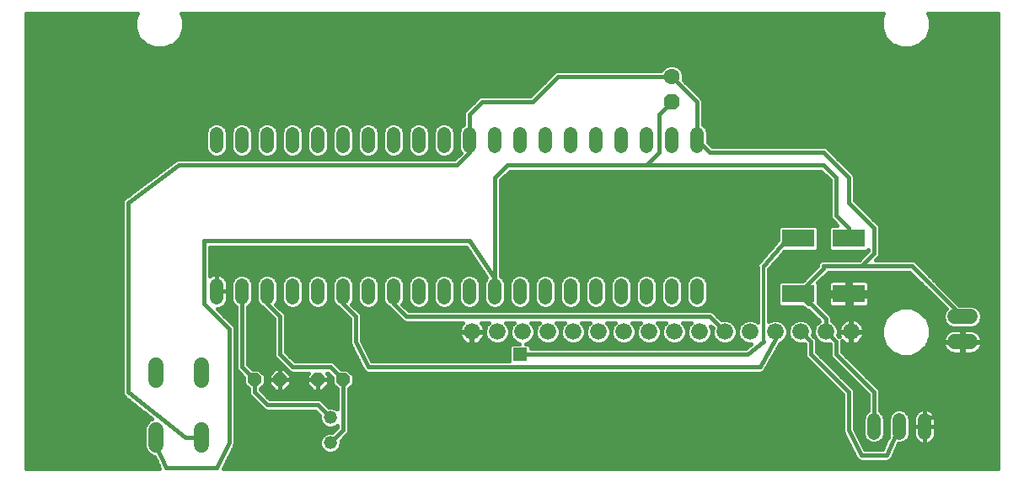
<source format=gbl>
G75*
%MOIN*%
%OFA0B0*%
%FSLAX25Y25*%
%IPPOS*%
%LPD*%
%AMOC8*
5,1,8,0,0,1.08239X$1,22.5*
%
%ADD10OC8,0.05200*%
%ADD11OC8,0.06300*%
%ADD12C,0.06300*%
%ADD13C,0.06600*%
%ADD14C,0.05200*%
%ADD15C,0.06000*%
%ADD16C,0.05200*%
%ADD17R,0.12598X0.07087*%
%ADD18C,0.01600*%
%ADD19R,0.05315X0.05315*%
%ADD20C,0.01200*%
D10*
X0096800Y0041800D03*
X0106800Y0041800D03*
X0121800Y0041800D03*
X0131800Y0041800D03*
D11*
X0261800Y0151800D03*
D12*
X0261800Y0161800D03*
D13*
X0262784Y0060776D03*
X0252784Y0060776D03*
X0242784Y0060776D03*
X0232784Y0060776D03*
X0222784Y0060776D03*
X0212784Y0060776D03*
X0202784Y0060776D03*
X0192784Y0060776D03*
X0182784Y0060776D03*
X0272784Y0060776D03*
X0282784Y0060776D03*
X0292784Y0060776D03*
X0302784Y0060776D03*
X0312784Y0060776D03*
X0322784Y0060776D03*
X0332784Y0060776D03*
D14*
X0271800Y0074200D02*
X0271800Y0079400D01*
X0261800Y0079400D02*
X0261800Y0074200D01*
X0251800Y0074200D02*
X0251800Y0079400D01*
X0241800Y0079400D02*
X0241800Y0074200D01*
X0231800Y0074200D02*
X0231800Y0079400D01*
X0221800Y0079400D02*
X0221800Y0074200D01*
X0211800Y0074200D02*
X0211800Y0079400D01*
X0201800Y0079400D02*
X0201800Y0074200D01*
X0191800Y0074200D02*
X0191800Y0079400D01*
X0181800Y0079400D02*
X0181800Y0074200D01*
X0171800Y0074200D02*
X0171800Y0079400D01*
X0161800Y0079400D02*
X0161800Y0074200D01*
X0151800Y0074200D02*
X0151800Y0079400D01*
X0141800Y0079400D02*
X0141800Y0074200D01*
X0131800Y0074200D02*
X0131800Y0079400D01*
X0121800Y0079400D02*
X0121800Y0074200D01*
X0111800Y0074200D02*
X0111800Y0079400D01*
X0101800Y0079400D02*
X0101800Y0074200D01*
X0091800Y0074200D02*
X0091800Y0079400D01*
X0081800Y0079400D02*
X0081800Y0074200D01*
X0081800Y0134200D02*
X0081800Y0139400D01*
X0091800Y0139400D02*
X0091800Y0134200D01*
X0101800Y0134200D02*
X0101800Y0139400D01*
X0111800Y0139400D02*
X0111800Y0134200D01*
X0121800Y0134200D02*
X0121800Y0139400D01*
X0131800Y0139400D02*
X0131800Y0134200D01*
X0141800Y0134200D02*
X0141800Y0139400D01*
X0151800Y0139400D02*
X0151800Y0134200D01*
X0161800Y0134200D02*
X0161800Y0139400D01*
X0171800Y0139400D02*
X0171800Y0134200D01*
X0181800Y0134200D02*
X0181800Y0139400D01*
X0191800Y0139400D02*
X0191800Y0134200D01*
X0201800Y0134200D02*
X0201800Y0139400D01*
X0211800Y0139400D02*
X0211800Y0134200D01*
X0221800Y0134200D02*
X0221800Y0139400D01*
X0231800Y0139400D02*
X0231800Y0134200D01*
X0241800Y0134200D02*
X0241800Y0139400D01*
X0251800Y0139400D02*
X0251800Y0134200D01*
X0261800Y0134200D02*
X0261800Y0139400D01*
X0271800Y0139400D02*
X0271800Y0134200D01*
X0341800Y0025900D02*
X0341800Y0020700D01*
X0351800Y0020700D02*
X0351800Y0025900D01*
X0361800Y0025900D02*
X0361800Y0020700D01*
D15*
X0373800Y0056800D02*
X0379800Y0056800D01*
X0379800Y0066800D02*
X0373800Y0066800D01*
X0075700Y0047600D02*
X0075700Y0041600D01*
X0057900Y0041600D02*
X0057900Y0047600D01*
X0057900Y0022000D02*
X0057900Y0016000D01*
X0075700Y0016000D02*
X0075700Y0022000D01*
D16*
X0126800Y0026800D03*
X0126800Y0016800D03*
D17*
X0311800Y0075776D03*
X0331800Y0075776D03*
X0331800Y0097824D03*
X0311800Y0097824D03*
D18*
X0006600Y0186961D02*
X0006600Y0006600D01*
X0059267Y0006600D01*
X0057164Y0011400D01*
X0056985Y0011400D01*
X0055294Y0012100D01*
X0054000Y0013394D01*
X0053300Y0015085D01*
X0053300Y0022915D01*
X0054000Y0024606D01*
X0055294Y0025900D01*
X0056319Y0026324D01*
X0045580Y0034708D01*
X0045441Y0034765D01*
X0045207Y0034999D01*
X0044947Y0035202D01*
X0044872Y0035334D01*
X0044765Y0035441D01*
X0044639Y0035746D01*
X0044476Y0036033D01*
X0044458Y0036183D01*
X0044400Y0036323D01*
X0044400Y0036653D01*
X0044360Y0036980D01*
X0044400Y0037126D01*
X0044400Y0111497D01*
X0044357Y0111667D01*
X0044400Y0111971D01*
X0044400Y0112277D01*
X0044467Y0112439D01*
X0044492Y0112612D01*
X0044648Y0112876D01*
X0044765Y0113159D01*
X0044889Y0113283D01*
X0044978Y0113434D01*
X0045224Y0113618D01*
X0045441Y0113835D01*
X0045602Y0113902D01*
X0065224Y0128618D01*
X0065441Y0128835D01*
X0065602Y0128902D01*
X0065742Y0129006D01*
X0066039Y0129083D01*
X0066323Y0129200D01*
X0066497Y0129200D01*
X0066667Y0129243D01*
X0066971Y0129200D01*
X0175806Y0129200D01*
X0178333Y0131727D01*
X0178239Y0131821D01*
X0177600Y0133365D01*
X0177600Y0140235D01*
X0178239Y0141779D01*
X0179400Y0142940D01*
X0179400Y0147277D01*
X0179765Y0148159D01*
X0180441Y0148835D01*
X0185441Y0153835D01*
X0186323Y0154200D01*
X0205806Y0154200D01*
X0215441Y0163835D01*
X0216323Y0164200D01*
X0257653Y0164200D01*
X0257773Y0164491D01*
X0259109Y0165827D01*
X0260855Y0166550D01*
X0262745Y0166550D01*
X0264491Y0165827D01*
X0265827Y0164491D01*
X0266550Y0162745D01*
X0266550Y0160855D01*
X0266430Y0160564D01*
X0273159Y0153835D01*
X0273835Y0153159D01*
X0274200Y0152277D01*
X0274200Y0142940D01*
X0275361Y0141779D01*
X0276000Y0140235D01*
X0276000Y0135994D01*
X0277794Y0134200D01*
X0322277Y0134200D01*
X0323159Y0133835D01*
X0333159Y0123835D01*
X0333835Y0123159D01*
X0334200Y0122277D01*
X0334200Y0112794D01*
X0343159Y0103835D01*
X0343835Y0103159D01*
X0344200Y0102277D01*
X0344200Y0091323D01*
X0343835Y0090441D01*
X0342594Y0089200D01*
X0357277Y0089200D01*
X0358159Y0088835D01*
X0358835Y0088159D01*
X0375594Y0071400D01*
X0380715Y0071400D01*
X0382406Y0070700D01*
X0383700Y0069406D01*
X0384400Y0067715D01*
X0384400Y0065885D01*
X0383700Y0064194D01*
X0382406Y0062900D01*
X0380715Y0062200D01*
X0372885Y0062200D01*
X0371194Y0062900D01*
X0369900Y0064194D01*
X0369200Y0065885D01*
X0369200Y0067715D01*
X0369900Y0069406D01*
X0370350Y0069856D01*
X0355806Y0084400D01*
X0323818Y0084400D01*
X0319550Y0080132D01*
X0319699Y0079982D01*
X0319699Y0072295D01*
X0324819Y0067175D01*
X0325184Y0066293D01*
X0325184Y0065086D01*
X0325560Y0064930D01*
X0326938Y0063552D01*
X0327684Y0061751D01*
X0327684Y0059802D01*
X0327537Y0059447D01*
X0328004Y0058986D01*
X0327810Y0059582D01*
X0327684Y0060375D01*
X0327684Y0060592D01*
X0332600Y0060592D01*
X0332969Y0060592D01*
X0332969Y0060961D01*
X0337884Y0060961D01*
X0337884Y0061178D01*
X0337759Y0061971D01*
X0337511Y0062734D01*
X0337146Y0063449D01*
X0336674Y0064099D01*
X0336107Y0064666D01*
X0335457Y0065138D01*
X0334742Y0065503D01*
X0333979Y0065751D01*
X0333186Y0065876D01*
X0332969Y0065876D01*
X0332969Y0060961D01*
X0332600Y0060961D01*
X0332600Y0065876D01*
X0332383Y0065876D01*
X0331590Y0065751D01*
X0330827Y0065503D01*
X0330111Y0065138D01*
X0329462Y0064666D01*
X0328894Y0064099D01*
X0328422Y0063449D01*
X0328058Y0062734D01*
X0327810Y0061971D01*
X0327684Y0061178D01*
X0327684Y0060961D01*
X0332600Y0060961D01*
X0332600Y0060592D01*
X0332600Y0055676D01*
X0332383Y0055676D01*
X0331590Y0055802D01*
X0330827Y0056050D01*
X0330111Y0056414D01*
X0329462Y0056886D01*
X0329200Y0057148D01*
X0329200Y0056806D01*
X0329202Y0056334D01*
X0329200Y0056329D01*
X0329200Y0052794D01*
X0343835Y0038159D01*
X0344200Y0037277D01*
X0344200Y0029440D01*
X0345361Y0028279D01*
X0346000Y0026735D01*
X0346000Y0019865D01*
X0345361Y0018321D01*
X0344179Y0017139D01*
X0342635Y0016500D01*
X0340965Y0016500D01*
X0339421Y0017139D01*
X0338239Y0018321D01*
X0337600Y0019865D01*
X0337600Y0026735D01*
X0338239Y0028279D01*
X0339400Y0029440D01*
X0339400Y0035806D01*
X0325441Y0049765D01*
X0324765Y0050441D01*
X0324400Y0051323D01*
X0324400Y0055799D01*
X0324156Y0056041D01*
X0323759Y0055876D01*
X0321810Y0055876D01*
X0320009Y0056622D01*
X0319093Y0057538D01*
X0319198Y0057289D01*
X0319198Y0057283D01*
X0319200Y0057277D01*
X0319200Y0056806D01*
X0319202Y0056334D01*
X0319200Y0056329D01*
X0319200Y0052794D01*
X0333835Y0038159D01*
X0334200Y0037277D01*
X0334200Y0022367D01*
X0338283Y0014200D01*
X0345226Y0014200D01*
X0347644Y0019759D01*
X0347600Y0019865D01*
X0347600Y0026735D01*
X0348239Y0028279D01*
X0349421Y0029461D01*
X0350965Y0030100D01*
X0352635Y0030100D01*
X0354179Y0029461D01*
X0355361Y0028279D01*
X0356000Y0026735D01*
X0356000Y0019865D01*
X0355361Y0018321D01*
X0354179Y0017139D01*
X0352635Y0016500D01*
X0351460Y0016500D01*
X0349009Y0010862D01*
X0348835Y0010441D01*
X0348819Y0010425D01*
X0348811Y0010405D01*
X0348482Y0010088D01*
X0348159Y0009765D01*
X0348139Y0009757D01*
X0348124Y0009742D01*
X0347699Y0009575D01*
X0347277Y0009400D01*
X0347256Y0009400D01*
X0347235Y0009392D01*
X0346779Y0009400D01*
X0336885Y0009400D01*
X0336494Y0009372D01*
X0336411Y0009400D01*
X0336323Y0009400D01*
X0335960Y0009550D01*
X0335588Y0009674D01*
X0335522Y0009732D01*
X0335441Y0009765D01*
X0335163Y0010043D01*
X0334867Y0010300D01*
X0334828Y0010378D01*
X0334765Y0010441D01*
X0334615Y0010803D01*
X0329828Y0020378D01*
X0329765Y0020441D01*
X0329615Y0020803D01*
X0329440Y0021154D01*
X0329434Y0021241D01*
X0329400Y0021323D01*
X0329400Y0021715D01*
X0329372Y0022106D01*
X0329400Y0022189D01*
X0329400Y0035806D01*
X0315441Y0049765D01*
X0314765Y0050441D01*
X0314400Y0051323D01*
X0314400Y0055799D01*
X0314156Y0056041D01*
X0313759Y0055876D01*
X0311810Y0055876D01*
X0310009Y0056622D01*
X0308630Y0058001D01*
X0307884Y0059802D01*
X0307884Y0061751D01*
X0308630Y0063552D01*
X0310009Y0064930D01*
X0311810Y0065676D01*
X0313759Y0065676D01*
X0315560Y0064930D01*
X0316938Y0063552D01*
X0317684Y0061751D01*
X0317684Y0059802D01*
X0317537Y0059447D01*
X0318154Y0058837D01*
X0318159Y0058835D01*
X0318373Y0058621D01*
X0317884Y0059802D01*
X0317884Y0061751D01*
X0318630Y0063552D01*
X0320009Y0064930D01*
X0320197Y0065009D01*
X0315806Y0069400D01*
X0315299Y0069400D01*
X0314417Y0069765D01*
X0313549Y0070633D01*
X0304838Y0070633D01*
X0303901Y0071570D01*
X0303901Y0079982D01*
X0304838Y0080920D01*
X0313549Y0080920D01*
X0319400Y0086770D01*
X0319400Y0087277D01*
X0319765Y0088159D01*
X0320441Y0088835D01*
X0321323Y0089200D01*
X0335806Y0089200D01*
X0339400Y0092794D01*
X0339400Y0093318D01*
X0338762Y0092680D01*
X0324838Y0092680D01*
X0323901Y0093618D01*
X0323901Y0102030D01*
X0324838Y0102967D01*
X0327239Y0102967D01*
X0325441Y0104765D01*
X0324765Y0105441D01*
X0324400Y0106323D01*
X0324400Y0120806D01*
X0320806Y0124400D01*
X0197794Y0124400D01*
X0194200Y0120806D01*
X0194200Y0082940D01*
X0195361Y0081779D01*
X0196000Y0080235D01*
X0196000Y0073365D01*
X0195361Y0071821D01*
X0194179Y0070639D01*
X0192635Y0070000D01*
X0190965Y0070000D01*
X0189421Y0070639D01*
X0188239Y0071821D01*
X0187600Y0073365D01*
X0187600Y0080235D01*
X0188239Y0081779D01*
X0188653Y0082193D01*
X0180516Y0094400D01*
X0079200Y0094400D01*
X0079200Y0082950D01*
X0079494Y0083163D01*
X0080111Y0083478D01*
X0080770Y0083692D01*
X0081454Y0083800D01*
X0081800Y0083800D01*
X0081800Y0076800D01*
X0081800Y0076800D01*
X0086200Y0076800D01*
X0086200Y0079746D01*
X0086092Y0080430D01*
X0085878Y0081089D01*
X0085563Y0081706D01*
X0085156Y0082266D01*
X0084666Y0082756D01*
X0084106Y0083163D01*
X0083489Y0083478D01*
X0082830Y0083692D01*
X0082146Y0083800D01*
X0081800Y0083800D01*
X0081800Y0076800D01*
X0081800Y0076800D01*
X0086200Y0076800D01*
X0086200Y0073854D01*
X0086092Y0073170D01*
X0085878Y0072511D01*
X0085563Y0071894D01*
X0085156Y0071334D01*
X0084666Y0070844D01*
X0084106Y0070437D01*
X0083489Y0070122D01*
X0082830Y0069908D01*
X0082188Y0069807D01*
X0088835Y0063159D01*
X0089200Y0062277D01*
X0089200Y0017189D01*
X0089228Y0017106D01*
X0089200Y0016715D01*
X0089200Y0016323D01*
X0089166Y0016241D01*
X0089160Y0016154D01*
X0088985Y0015803D01*
X0088835Y0015441D01*
X0088772Y0015378D01*
X0084383Y0006600D01*
X0390701Y0006600D01*
X0390701Y0186961D01*
X0363246Y0186961D01*
X0364159Y0184757D01*
X0364159Y0180890D01*
X0362679Y0177317D01*
X0359944Y0174582D01*
X0356371Y0173102D01*
X0352504Y0173102D01*
X0348931Y0174582D01*
X0346197Y0177317D01*
X0344717Y0180890D01*
X0344717Y0184757D01*
X0345629Y0186961D01*
X0067971Y0186961D01*
X0068883Y0184757D01*
X0068883Y0180890D01*
X0067403Y0177317D01*
X0064669Y0174582D01*
X0061096Y0173102D01*
X0057229Y0173102D01*
X0053656Y0174582D01*
X0050921Y0177317D01*
X0049441Y0180890D01*
X0049441Y0184757D01*
X0050354Y0186961D01*
X0006600Y0186961D01*
X0006600Y0186911D02*
X0050333Y0186911D01*
X0049671Y0185313D02*
X0006600Y0185313D01*
X0006600Y0183714D02*
X0049441Y0183714D01*
X0049441Y0182116D02*
X0006600Y0182116D01*
X0006600Y0180517D02*
X0049595Y0180517D01*
X0050257Y0178919D02*
X0006600Y0178919D01*
X0006600Y0177320D02*
X0050920Y0177320D01*
X0052516Y0175722D02*
X0006600Y0175722D01*
X0006600Y0174123D02*
X0054764Y0174123D01*
X0063560Y0174123D02*
X0350040Y0174123D01*
X0347792Y0175722D02*
X0065808Y0175722D01*
X0067405Y0177320D02*
X0346195Y0177320D01*
X0345533Y0178919D02*
X0068067Y0178919D01*
X0068729Y0180517D02*
X0344871Y0180517D01*
X0344717Y0182116D02*
X0068883Y0182116D01*
X0068883Y0183714D02*
X0344717Y0183714D01*
X0344947Y0185313D02*
X0068653Y0185313D01*
X0067991Y0186911D02*
X0345609Y0186911D01*
X0363267Y0186911D02*
X0390701Y0186911D01*
X0390701Y0185313D02*
X0363929Y0185313D01*
X0364159Y0183714D02*
X0390701Y0183714D01*
X0390701Y0182116D02*
X0364159Y0182116D01*
X0364005Y0180517D02*
X0390701Y0180517D01*
X0390701Y0178919D02*
X0363342Y0178919D01*
X0362680Y0177320D02*
X0390701Y0177320D01*
X0390701Y0175722D02*
X0361084Y0175722D01*
X0358836Y0174123D02*
X0390701Y0174123D01*
X0390701Y0172525D02*
X0006600Y0172525D01*
X0006600Y0170926D02*
X0390701Y0170926D01*
X0390701Y0169328D02*
X0006600Y0169328D01*
X0006600Y0167729D02*
X0390701Y0167729D01*
X0390701Y0166131D02*
X0263757Y0166131D01*
X0265785Y0164532D02*
X0390701Y0164532D01*
X0390701Y0162934D02*
X0266472Y0162934D01*
X0266550Y0161335D02*
X0390701Y0161335D01*
X0390701Y0159737D02*
X0267258Y0159737D01*
X0268856Y0158138D02*
X0390701Y0158138D01*
X0390701Y0156539D02*
X0270455Y0156539D01*
X0272053Y0154941D02*
X0390701Y0154941D01*
X0390701Y0153342D02*
X0273652Y0153342D01*
X0274200Y0151744D02*
X0390701Y0151744D01*
X0390701Y0150145D02*
X0274200Y0150145D01*
X0274200Y0148547D02*
X0390701Y0148547D01*
X0390701Y0146948D02*
X0274200Y0146948D01*
X0274200Y0145350D02*
X0390701Y0145350D01*
X0390701Y0143751D02*
X0274200Y0143751D01*
X0274987Y0142153D02*
X0390701Y0142153D01*
X0390701Y0140554D02*
X0275868Y0140554D01*
X0276000Y0138956D02*
X0390701Y0138956D01*
X0390701Y0137357D02*
X0276000Y0137357D01*
X0276235Y0135759D02*
X0390701Y0135759D01*
X0390701Y0134160D02*
X0322373Y0134160D01*
X0321800Y0131800D02*
X0331800Y0121800D01*
X0331800Y0111800D01*
X0341800Y0101800D01*
X0341800Y0091800D01*
X0336800Y0086800D01*
X0321800Y0086800D01*
X0321800Y0085776D01*
X0311800Y0075776D01*
X0315776Y0071800D01*
X0316800Y0071800D01*
X0322784Y0065816D01*
X0322784Y0060776D01*
X0326800Y0056800D01*
X0326800Y0051800D01*
X0341800Y0036800D01*
X0341800Y0023300D01*
X0346000Y0023863D02*
X0347600Y0023863D01*
X0347600Y0022265D02*
X0346000Y0022265D01*
X0346000Y0020666D02*
X0347600Y0020666D01*
X0347343Y0019068D02*
X0345670Y0019068D01*
X0346648Y0017469D02*
X0344509Y0017469D01*
X0345953Y0015870D02*
X0337448Y0015870D01*
X0338247Y0014272D02*
X0345258Y0014272D01*
X0346800Y0011800D02*
X0336800Y0011800D01*
X0331800Y0021800D01*
X0331800Y0036800D01*
X0316800Y0051800D01*
X0316800Y0056800D01*
X0312784Y0060776D01*
X0308204Y0059030D02*
X0307365Y0059030D01*
X0307684Y0059802D02*
X0307684Y0061751D01*
X0306938Y0063552D01*
X0305560Y0064930D01*
X0303759Y0065676D01*
X0301810Y0065676D01*
X0300250Y0065030D01*
X0300250Y0085670D01*
X0306384Y0092680D01*
X0318762Y0092680D01*
X0319699Y0093618D01*
X0319699Y0102030D01*
X0318762Y0102967D01*
X0304838Y0102967D01*
X0303901Y0102030D01*
X0303901Y0097131D01*
X0295929Y0088021D01*
X0295624Y0087117D01*
X0295687Y0086164D01*
X0295850Y0085835D01*
X0295850Y0064640D01*
X0295560Y0064930D01*
X0293759Y0065676D01*
X0291810Y0065676D01*
X0290009Y0064930D01*
X0288630Y0063552D01*
X0287884Y0061751D01*
X0287884Y0059802D01*
X0288630Y0058001D01*
X0290009Y0056622D01*
X0291810Y0055876D01*
X0293054Y0055876D01*
X0290958Y0054200D01*
X0206057Y0054200D01*
X0206057Y0055120D01*
X0205120Y0056057D01*
X0204196Y0056057D01*
X0205560Y0056622D01*
X0206938Y0058001D01*
X0207684Y0059802D01*
X0207684Y0061751D01*
X0206938Y0063552D01*
X0206090Y0064400D01*
X0209478Y0064400D01*
X0208630Y0063552D01*
X0207884Y0061751D01*
X0207884Y0059802D01*
X0208630Y0058001D01*
X0210009Y0056622D01*
X0211810Y0055876D01*
X0213759Y0055876D01*
X0215560Y0056622D01*
X0216938Y0058001D01*
X0217684Y0059802D01*
X0217684Y0061751D01*
X0216938Y0063552D01*
X0216090Y0064400D01*
X0219478Y0064400D01*
X0218630Y0063552D01*
X0217884Y0061751D01*
X0217884Y0059802D01*
X0218630Y0058001D01*
X0220009Y0056622D01*
X0221810Y0055876D01*
X0223759Y0055876D01*
X0225560Y0056622D01*
X0226938Y0058001D01*
X0227684Y0059802D01*
X0227684Y0061751D01*
X0226938Y0063552D01*
X0226090Y0064400D01*
X0229478Y0064400D01*
X0228630Y0063552D01*
X0227884Y0061751D01*
X0227884Y0059802D01*
X0228630Y0058001D01*
X0230009Y0056622D01*
X0231810Y0055876D01*
X0233759Y0055876D01*
X0235560Y0056622D01*
X0236938Y0058001D01*
X0237684Y0059802D01*
X0237684Y0061751D01*
X0236938Y0063552D01*
X0236090Y0064400D01*
X0239478Y0064400D01*
X0238630Y0063552D01*
X0237884Y0061751D01*
X0237884Y0059802D01*
X0238630Y0058001D01*
X0240009Y0056622D01*
X0241810Y0055876D01*
X0243759Y0055876D01*
X0245560Y0056622D01*
X0246938Y0058001D01*
X0247684Y0059802D01*
X0247684Y0061751D01*
X0246938Y0063552D01*
X0246090Y0064400D01*
X0249478Y0064400D01*
X0248630Y0063552D01*
X0247884Y0061751D01*
X0247884Y0059802D01*
X0248630Y0058001D01*
X0250009Y0056622D01*
X0251810Y0055876D01*
X0253759Y0055876D01*
X0255560Y0056622D01*
X0256938Y0058001D01*
X0257684Y0059802D01*
X0257684Y0061751D01*
X0256938Y0063552D01*
X0256090Y0064400D01*
X0259478Y0064400D01*
X0258630Y0063552D01*
X0257884Y0061751D01*
X0257884Y0059802D01*
X0258630Y0058001D01*
X0260009Y0056622D01*
X0261810Y0055876D01*
X0263759Y0055876D01*
X0265560Y0056622D01*
X0266938Y0058001D01*
X0267684Y0059802D01*
X0267684Y0061751D01*
X0266938Y0063552D01*
X0266090Y0064400D01*
X0269478Y0064400D01*
X0268630Y0063552D01*
X0267884Y0061751D01*
X0267884Y0059802D01*
X0268630Y0058001D01*
X0270009Y0056622D01*
X0271810Y0055876D01*
X0273759Y0055876D01*
X0275560Y0056622D01*
X0276938Y0058001D01*
X0277684Y0059802D01*
X0277684Y0061751D01*
X0277149Y0063044D01*
X0278046Y0062141D01*
X0277884Y0061751D01*
X0277884Y0059802D01*
X0278630Y0058001D01*
X0280009Y0056622D01*
X0281810Y0055876D01*
X0283759Y0055876D01*
X0285560Y0056622D01*
X0286938Y0058001D01*
X0287684Y0059802D01*
X0287684Y0061751D01*
X0286938Y0063552D01*
X0285560Y0064930D01*
X0283759Y0065676D01*
X0281810Y0065676D01*
X0281448Y0065527D01*
X0278836Y0068156D01*
X0278835Y0068159D01*
X0278499Y0068495D01*
X0278166Y0068830D01*
X0278162Y0068832D01*
X0278159Y0068835D01*
X0277722Y0069016D01*
X0277285Y0069198D01*
X0277281Y0069198D01*
X0277277Y0069200D01*
X0276804Y0069200D01*
X0276330Y0069202D01*
X0276327Y0069200D01*
X0157794Y0069200D01*
X0155267Y0071727D01*
X0155361Y0071821D01*
X0156000Y0073365D01*
X0156000Y0080235D01*
X0155361Y0081779D01*
X0154179Y0082961D01*
X0152635Y0083600D01*
X0150965Y0083600D01*
X0149421Y0082961D01*
X0148239Y0081779D01*
X0147600Y0080235D01*
X0147600Y0073365D01*
X0148239Y0071821D01*
X0149421Y0070639D01*
X0149737Y0070508D01*
X0149765Y0070441D01*
X0154765Y0065441D01*
X0155441Y0064765D01*
X0156323Y0064400D01*
X0179195Y0064400D01*
X0178894Y0064099D01*
X0178422Y0063449D01*
X0178058Y0062734D01*
X0177810Y0061971D01*
X0177684Y0061178D01*
X0177684Y0060961D01*
X0182600Y0060961D01*
X0182600Y0060592D01*
X0182969Y0060592D01*
X0182969Y0060961D01*
X0187884Y0060961D01*
X0187884Y0061178D01*
X0187759Y0061971D01*
X0187511Y0062734D01*
X0187146Y0063449D01*
X0186674Y0064099D01*
X0186373Y0064400D01*
X0189478Y0064400D01*
X0188630Y0063552D01*
X0187884Y0061751D01*
X0187884Y0059802D01*
X0188630Y0058001D01*
X0190009Y0056622D01*
X0191810Y0055876D01*
X0193759Y0055876D01*
X0195560Y0056622D01*
X0196938Y0058001D01*
X0197684Y0059802D01*
X0197684Y0061751D01*
X0196938Y0063552D01*
X0196090Y0064400D01*
X0199478Y0064400D01*
X0198630Y0063552D01*
X0197884Y0061751D01*
X0197884Y0059802D01*
X0198630Y0058001D01*
X0200009Y0056622D01*
X0201372Y0056057D01*
X0198480Y0056057D01*
X0197543Y0055120D01*
X0197543Y0049200D01*
X0143283Y0049200D01*
X0139200Y0057367D01*
X0139200Y0067277D01*
X0138835Y0068159D01*
X0138159Y0068835D01*
X0135267Y0071727D01*
X0135361Y0071821D01*
X0136000Y0073365D01*
X0136000Y0080235D01*
X0135361Y0081779D01*
X0134179Y0082961D01*
X0132635Y0083600D01*
X0130965Y0083600D01*
X0129421Y0082961D01*
X0128239Y0081779D01*
X0127600Y0080235D01*
X0127600Y0073365D01*
X0128239Y0071821D01*
X0129421Y0070639D01*
X0129737Y0070508D01*
X0129765Y0070441D01*
X0134400Y0065806D01*
X0134400Y0057189D01*
X0134372Y0057106D01*
X0134400Y0056715D01*
X0134400Y0056323D01*
X0134434Y0056241D01*
X0134440Y0056154D01*
X0134615Y0055803D01*
X0134765Y0055441D01*
X0134828Y0055378D01*
X0139615Y0045803D01*
X0139765Y0045441D01*
X0139828Y0045378D01*
X0139867Y0045300D01*
X0140163Y0045043D01*
X0140441Y0044765D01*
X0140522Y0044732D01*
X0140588Y0044674D01*
X0140960Y0044550D01*
X0141323Y0044400D01*
X0141411Y0044400D01*
X0141494Y0044372D01*
X0141885Y0044400D01*
X0296673Y0044400D01*
X0297020Y0044363D01*
X0297146Y0044400D01*
X0297277Y0044400D01*
X0297601Y0044534D01*
X0297936Y0044633D01*
X0298038Y0044715D01*
X0298159Y0044765D01*
X0298407Y0045013D01*
X0298679Y0045233D01*
X0298742Y0045348D01*
X0298835Y0045441D01*
X0298968Y0045764D01*
X0304687Y0056261D01*
X0305560Y0056622D01*
X0306938Y0058001D01*
X0307684Y0059802D01*
X0307684Y0060629D02*
X0307884Y0060629D01*
X0308082Y0062227D02*
X0307487Y0062227D01*
X0306664Y0063826D02*
X0308904Y0063826D01*
X0311201Y0065424D02*
X0304367Y0065424D01*
X0301201Y0065424D02*
X0300250Y0065424D01*
X0300250Y0067023D02*
X0318183Y0067023D01*
X0316585Y0068621D02*
X0300250Y0068621D01*
X0300250Y0070220D02*
X0313962Y0070220D01*
X0320176Y0071818D02*
X0323748Y0071818D01*
X0323701Y0071996D02*
X0323823Y0071538D01*
X0324060Y0071128D01*
X0324396Y0070793D01*
X0324806Y0070556D01*
X0325264Y0070433D01*
X0331000Y0070433D01*
X0331000Y0074976D01*
X0332600Y0074976D01*
X0332600Y0070433D01*
X0338336Y0070433D01*
X0338794Y0070556D01*
X0339204Y0070793D01*
X0339540Y0071128D01*
X0339777Y0071538D01*
X0339899Y0071996D01*
X0339899Y0074976D01*
X0332600Y0074976D01*
X0332600Y0076576D01*
X0339899Y0076576D01*
X0339899Y0079557D01*
X0339777Y0080014D01*
X0339540Y0080425D01*
X0339204Y0080760D01*
X0338794Y0080997D01*
X0338336Y0081120D01*
X0332600Y0081120D01*
X0332600Y0076576D01*
X0331000Y0076576D01*
X0331000Y0074976D01*
X0323701Y0074976D01*
X0323701Y0071996D01*
X0323701Y0073417D02*
X0319699Y0073417D01*
X0319699Y0075015D02*
X0331000Y0075015D01*
X0331800Y0075776D02*
X0332784Y0074792D01*
X0332784Y0060776D01*
X0342824Y0060776D01*
X0346800Y0051800D01*
X0346800Y0046800D01*
X0361800Y0031800D01*
X0361800Y0026800D01*
X0366800Y0026800D01*
X0376800Y0036800D01*
X0376800Y0056800D01*
X0377000Y0057000D02*
X0376600Y0057000D01*
X0376600Y0061600D01*
X0373422Y0061600D01*
X0372676Y0061482D01*
X0371957Y0061248D01*
X0371284Y0060905D01*
X0370673Y0060461D01*
X0370139Y0059927D01*
X0369695Y0059316D01*
X0369352Y0058643D01*
X0369118Y0057924D01*
X0369000Y0057178D01*
X0369000Y0057000D01*
X0376600Y0057000D01*
X0376600Y0056600D01*
X0377000Y0056600D01*
X0377000Y0057000D01*
X0377000Y0061600D01*
X0380178Y0061600D01*
X0380924Y0061482D01*
X0381643Y0061248D01*
X0382316Y0060905D01*
X0382927Y0060461D01*
X0383461Y0059927D01*
X0383905Y0059316D01*
X0384248Y0058643D01*
X0384482Y0057924D01*
X0384600Y0057178D01*
X0384600Y0057000D01*
X0377000Y0057000D01*
X0377000Y0056600D02*
X0384600Y0056600D01*
X0384600Y0056422D01*
X0384482Y0055676D01*
X0384248Y0054957D01*
X0383905Y0054284D01*
X0383461Y0053673D01*
X0382927Y0053139D01*
X0382316Y0052695D01*
X0381643Y0052352D01*
X0380924Y0052118D01*
X0380178Y0052000D01*
X0377000Y0052000D01*
X0377000Y0056600D01*
X0376600Y0056600D02*
X0376600Y0052000D01*
X0373422Y0052000D01*
X0372676Y0052118D01*
X0371957Y0052352D01*
X0371284Y0052695D01*
X0370673Y0053139D01*
X0370139Y0053673D01*
X0369695Y0054284D01*
X0369352Y0054957D01*
X0369118Y0055676D01*
X0369000Y0056422D01*
X0369000Y0056600D01*
X0376600Y0056600D01*
X0376600Y0055833D02*
X0377000Y0055833D01*
X0377000Y0054235D02*
X0376600Y0054235D01*
X0376600Y0052636D02*
X0377000Y0052636D01*
X0382201Y0052636D02*
X0390701Y0052636D01*
X0390701Y0051038D02*
X0330956Y0051038D01*
X0329358Y0052636D02*
X0348830Y0052636D01*
X0348931Y0052535D02*
X0352504Y0051055D01*
X0356371Y0051055D01*
X0359944Y0052535D01*
X0362679Y0055270D01*
X0364159Y0058843D01*
X0364159Y0062710D01*
X0362679Y0066283D01*
X0359944Y0069018D01*
X0356371Y0070498D01*
X0352504Y0070498D01*
X0348931Y0069018D01*
X0346197Y0066283D01*
X0344717Y0062710D01*
X0344717Y0058843D01*
X0346197Y0055270D01*
X0348931Y0052535D01*
X0347231Y0054235D02*
X0329200Y0054235D01*
X0329200Y0055833D02*
X0331494Y0055833D01*
X0332600Y0055833D02*
X0332969Y0055833D01*
X0332969Y0055676D02*
X0333186Y0055676D01*
X0333979Y0055802D01*
X0334742Y0056050D01*
X0335457Y0056414D01*
X0336107Y0056886D01*
X0336674Y0057454D01*
X0337146Y0058103D01*
X0337511Y0058819D01*
X0337759Y0059582D01*
X0337884Y0060375D01*
X0337884Y0060592D01*
X0332969Y0060592D01*
X0332969Y0055676D01*
X0334075Y0055833D02*
X0345963Y0055833D01*
X0345301Y0057432D02*
X0336652Y0057432D01*
X0337579Y0059030D02*
X0344717Y0059030D01*
X0344717Y0060629D02*
X0332969Y0060629D01*
X0332600Y0060629D02*
X0327684Y0060629D01*
X0327487Y0062227D02*
X0327893Y0062227D01*
X0328696Y0063826D02*
X0326664Y0063826D01*
X0325184Y0065424D02*
X0330673Y0065424D01*
X0332600Y0065424D02*
X0332969Y0065424D01*
X0332969Y0063826D02*
X0332600Y0063826D01*
X0332600Y0062227D02*
X0332969Y0062227D01*
X0334896Y0065424D02*
X0345841Y0065424D01*
X0345179Y0063826D02*
X0336873Y0063826D01*
X0337675Y0062227D02*
X0344717Y0062227D01*
X0346936Y0067023D02*
X0324882Y0067023D01*
X0323373Y0068621D02*
X0348535Y0068621D01*
X0351834Y0070220D02*
X0321774Y0070220D01*
X0319782Y0065424D02*
X0314367Y0065424D01*
X0316664Y0063826D02*
X0318904Y0063826D01*
X0318082Y0062227D02*
X0317487Y0062227D01*
X0317684Y0060629D02*
X0317884Y0060629D01*
X0317959Y0059030D02*
X0318204Y0059030D01*
X0319138Y0057432D02*
X0319199Y0057432D01*
X0319200Y0055833D02*
X0324365Y0055833D01*
X0324400Y0054235D02*
X0319200Y0054235D01*
X0319358Y0052636D02*
X0324400Y0052636D01*
X0324518Y0051038D02*
X0320956Y0051038D01*
X0322555Y0049439D02*
X0325767Y0049439D01*
X0327365Y0047841D02*
X0324153Y0047841D01*
X0325752Y0046242D02*
X0328964Y0046242D01*
X0330562Y0044644D02*
X0327350Y0044644D01*
X0328949Y0043045D02*
X0332161Y0043045D01*
X0333759Y0041447D02*
X0330547Y0041447D01*
X0332146Y0039848D02*
X0335358Y0039848D01*
X0336956Y0038250D02*
X0333744Y0038250D01*
X0334200Y0036651D02*
X0338555Y0036651D01*
X0339400Y0035053D02*
X0334200Y0035053D01*
X0334200Y0033454D02*
X0339400Y0033454D01*
X0339400Y0031856D02*
X0334200Y0031856D01*
X0334200Y0030257D02*
X0339400Y0030257D01*
X0338619Y0028659D02*
X0334200Y0028659D01*
X0334200Y0027060D02*
X0337734Y0027060D01*
X0337600Y0025462D02*
X0334200Y0025462D01*
X0334200Y0023863D02*
X0337600Y0023863D01*
X0337600Y0022265D02*
X0334251Y0022265D01*
X0335050Y0020666D02*
X0337600Y0020666D01*
X0337930Y0019068D02*
X0335850Y0019068D01*
X0336649Y0017469D02*
X0339091Y0017469D01*
X0332881Y0014272D02*
X0130212Y0014272D01*
X0130361Y0014421D02*
X0131000Y0015965D01*
X0131000Y0017606D01*
X0133159Y0019765D01*
X0133835Y0020441D01*
X0134200Y0021323D01*
X0134200Y0038260D01*
X0136000Y0040060D01*
X0136000Y0043540D01*
X0133540Y0046000D01*
X0130994Y0046000D01*
X0128835Y0048159D01*
X0128159Y0048835D01*
X0127277Y0049200D01*
X0112794Y0049200D01*
X0109200Y0052794D01*
X0109200Y0067277D01*
X0108835Y0068159D01*
X0105267Y0071727D01*
X0105361Y0071821D01*
X0106000Y0073365D01*
X0106000Y0080235D01*
X0105361Y0081779D01*
X0104179Y0082961D01*
X0102635Y0083600D01*
X0100965Y0083600D01*
X0099421Y0082961D01*
X0098239Y0081779D01*
X0097600Y0080235D01*
X0097600Y0073365D01*
X0098239Y0071821D01*
X0099421Y0070639D01*
X0099737Y0070508D01*
X0099765Y0070441D01*
X0100441Y0069765D01*
X0104400Y0065806D01*
X0104400Y0051323D01*
X0104765Y0050441D01*
X0105441Y0049765D01*
X0110441Y0044765D01*
X0111323Y0044400D01*
X0118177Y0044400D01*
X0117400Y0043623D01*
X0117400Y0041800D01*
X0121800Y0041800D01*
X0106800Y0041800D01*
X0111200Y0041800D01*
X0111200Y0043623D01*
X0108623Y0046200D01*
X0106800Y0046200D01*
X0106800Y0041800D01*
X0106800Y0041800D01*
X0106800Y0041800D01*
X0111200Y0041800D01*
X0111200Y0039977D01*
X0108623Y0037400D01*
X0106800Y0037400D01*
X0106800Y0041800D01*
X0106800Y0041800D01*
X0106800Y0041800D01*
X0102400Y0041800D01*
X0102400Y0043623D01*
X0104977Y0046200D01*
X0106800Y0046200D01*
X0106800Y0041800D01*
X0106800Y0037400D01*
X0104977Y0037400D01*
X0102400Y0039977D01*
X0102400Y0041800D01*
X0106800Y0041800D01*
X0106800Y0041447D02*
X0106800Y0041447D01*
X0106800Y0043045D02*
X0106800Y0043045D01*
X0106800Y0044644D02*
X0106800Y0044644D01*
X0108964Y0046242D02*
X0095752Y0046242D01*
X0095994Y0046000D02*
X0094200Y0047794D01*
X0094200Y0070660D01*
X0095361Y0071821D01*
X0096000Y0073365D01*
X0096000Y0080235D01*
X0095361Y0081779D01*
X0094179Y0082961D01*
X0092635Y0083600D01*
X0090965Y0083600D01*
X0089421Y0082961D01*
X0088239Y0081779D01*
X0087600Y0080235D01*
X0087600Y0073365D01*
X0088239Y0071821D01*
X0089400Y0070660D01*
X0089400Y0046323D01*
X0089765Y0045441D01*
X0090441Y0044765D01*
X0092600Y0042606D01*
X0092600Y0040060D01*
X0094400Y0038260D01*
X0094400Y0036323D01*
X0094765Y0035441D01*
X0095441Y0034765D01*
X0100441Y0029765D01*
X0101323Y0029400D01*
X0120806Y0029400D01*
X0122600Y0027606D01*
X0122600Y0025965D01*
X0123239Y0024421D01*
X0124421Y0023239D01*
X0125965Y0022600D01*
X0127635Y0022600D01*
X0129179Y0023239D01*
X0129400Y0023460D01*
X0129400Y0022794D01*
X0127606Y0021000D01*
X0125965Y0021000D01*
X0124421Y0020361D01*
X0123239Y0019179D01*
X0122600Y0017635D01*
X0122600Y0015965D01*
X0123239Y0014421D01*
X0124421Y0013239D01*
X0125965Y0012600D01*
X0127635Y0012600D01*
X0129179Y0013239D01*
X0130361Y0014421D01*
X0130961Y0015870D02*
X0332081Y0015870D01*
X0331282Y0017469D02*
X0131000Y0017469D01*
X0132462Y0019068D02*
X0330483Y0019068D01*
X0329672Y0020666D02*
X0133928Y0020666D01*
X0134200Y0022265D02*
X0329400Y0022265D01*
X0329400Y0023863D02*
X0134200Y0023863D01*
X0134200Y0025462D02*
X0329400Y0025462D01*
X0329400Y0027060D02*
X0134200Y0027060D01*
X0134200Y0028659D02*
X0329400Y0028659D01*
X0329400Y0030257D02*
X0134200Y0030257D01*
X0134200Y0031856D02*
X0329400Y0031856D01*
X0329400Y0033454D02*
X0134200Y0033454D01*
X0134200Y0035053D02*
X0329400Y0035053D01*
X0328555Y0036651D02*
X0134200Y0036651D01*
X0134200Y0038250D02*
X0326956Y0038250D01*
X0325358Y0039848D02*
X0135788Y0039848D01*
X0136000Y0041447D02*
X0323759Y0041447D01*
X0322161Y0043045D02*
X0136000Y0043045D01*
X0134896Y0044644D02*
X0140679Y0044644D01*
X0139396Y0046242D02*
X0130752Y0046242D01*
X0129153Y0047841D02*
X0138596Y0047841D01*
X0137797Y0049439D02*
X0112555Y0049439D01*
X0110956Y0051038D02*
X0136998Y0051038D01*
X0136199Y0052636D02*
X0109358Y0052636D01*
X0109200Y0054235D02*
X0135399Y0054235D01*
X0134600Y0055833D02*
X0109200Y0055833D01*
X0109200Y0057432D02*
X0134400Y0057432D01*
X0134400Y0059030D02*
X0109200Y0059030D01*
X0109200Y0060629D02*
X0134400Y0060629D01*
X0134400Y0062227D02*
X0109200Y0062227D01*
X0109200Y0063826D02*
X0134400Y0063826D01*
X0134400Y0065424D02*
X0109200Y0065424D01*
X0109200Y0067023D02*
X0133183Y0067023D01*
X0131585Y0068621D02*
X0108373Y0068621D01*
X0106774Y0070220D02*
X0110434Y0070220D01*
X0110965Y0070000D02*
X0112635Y0070000D01*
X0114179Y0070639D01*
X0115361Y0071821D01*
X0116000Y0073365D01*
X0116000Y0080235D01*
X0115361Y0081779D01*
X0114179Y0082961D01*
X0112635Y0083600D01*
X0110965Y0083600D01*
X0109421Y0082961D01*
X0108239Y0081779D01*
X0107600Y0080235D01*
X0107600Y0073365D01*
X0108239Y0071821D01*
X0109421Y0070639D01*
X0110965Y0070000D01*
X0113166Y0070220D02*
X0120434Y0070220D01*
X0120965Y0070000D02*
X0122635Y0070000D01*
X0124179Y0070639D01*
X0125361Y0071821D01*
X0126000Y0073365D01*
X0126000Y0080235D01*
X0125361Y0081779D01*
X0124179Y0082961D01*
X0122635Y0083600D01*
X0120965Y0083600D01*
X0119421Y0082961D01*
X0118239Y0081779D01*
X0117600Y0080235D01*
X0117600Y0073365D01*
X0118239Y0071821D01*
X0119421Y0070639D01*
X0120965Y0070000D01*
X0123166Y0070220D02*
X0129986Y0070220D01*
X0128242Y0071818D02*
X0125358Y0071818D01*
X0126000Y0073417D02*
X0127600Y0073417D01*
X0127600Y0075015D02*
X0126000Y0075015D01*
X0126000Y0076614D02*
X0127600Y0076614D01*
X0127600Y0078212D02*
X0126000Y0078212D01*
X0126000Y0079811D02*
X0127600Y0079811D01*
X0128086Y0081409D02*
X0125514Y0081409D01*
X0124065Y0083008D02*
X0129535Y0083008D01*
X0134065Y0083008D02*
X0139535Y0083008D01*
X0139421Y0082961D02*
X0140965Y0083600D01*
X0142635Y0083600D01*
X0144179Y0082961D01*
X0145361Y0081779D01*
X0146000Y0080235D01*
X0146000Y0073365D01*
X0145361Y0071821D01*
X0144179Y0070639D01*
X0142635Y0070000D01*
X0140965Y0070000D01*
X0139421Y0070639D01*
X0138239Y0071821D01*
X0137600Y0073365D01*
X0137600Y0080235D01*
X0138239Y0081779D01*
X0139421Y0082961D01*
X0138086Y0081409D02*
X0135514Y0081409D01*
X0136000Y0079811D02*
X0137600Y0079811D01*
X0137600Y0078212D02*
X0136000Y0078212D01*
X0136000Y0076614D02*
X0137600Y0076614D01*
X0137600Y0075015D02*
X0136000Y0075015D01*
X0136000Y0073417D02*
X0137600Y0073417D01*
X0138242Y0071818D02*
X0135358Y0071818D01*
X0136774Y0070220D02*
X0140434Y0070220D01*
X0138373Y0068621D02*
X0151585Y0068621D01*
X0153183Y0067023D02*
X0139200Y0067023D01*
X0139200Y0065424D02*
X0154782Y0065424D01*
X0156800Y0066800D02*
X0276800Y0066800D01*
X0282784Y0060776D01*
X0278204Y0059030D02*
X0277365Y0059030D01*
X0277684Y0060629D02*
X0277884Y0060629D01*
X0277960Y0062227D02*
X0277487Y0062227D01*
X0279962Y0067023D02*
X0295850Y0067023D01*
X0295850Y0068621D02*
X0278374Y0068621D01*
X0275361Y0071821D02*
X0274179Y0070639D01*
X0272635Y0070000D01*
X0270965Y0070000D01*
X0269421Y0070639D01*
X0268239Y0071821D01*
X0267600Y0073365D01*
X0267600Y0080235D01*
X0268239Y0081779D01*
X0269421Y0082961D01*
X0270965Y0083600D01*
X0272635Y0083600D01*
X0274179Y0082961D01*
X0275361Y0081779D01*
X0276000Y0080235D01*
X0276000Y0073365D01*
X0275361Y0071821D01*
X0275358Y0071818D02*
X0295850Y0071818D01*
X0295850Y0070220D02*
X0273166Y0070220D01*
X0270434Y0070220D02*
X0263166Y0070220D01*
X0262635Y0070000D02*
X0264179Y0070639D01*
X0265361Y0071821D01*
X0266000Y0073365D01*
X0266000Y0080235D01*
X0265361Y0081779D01*
X0264179Y0082961D01*
X0262635Y0083600D01*
X0260965Y0083600D01*
X0259421Y0082961D01*
X0258239Y0081779D01*
X0257600Y0080235D01*
X0257600Y0073365D01*
X0258239Y0071821D01*
X0259421Y0070639D01*
X0260965Y0070000D01*
X0262635Y0070000D01*
X0260434Y0070220D02*
X0253166Y0070220D01*
X0252635Y0070000D02*
X0254179Y0070639D01*
X0255361Y0071821D01*
X0256000Y0073365D01*
X0256000Y0080235D01*
X0255361Y0081779D01*
X0254179Y0082961D01*
X0252635Y0083600D01*
X0250965Y0083600D01*
X0249421Y0082961D01*
X0248239Y0081779D01*
X0247600Y0080235D01*
X0247600Y0073365D01*
X0248239Y0071821D01*
X0249421Y0070639D01*
X0250965Y0070000D01*
X0252635Y0070000D01*
X0250434Y0070220D02*
X0243166Y0070220D01*
X0242635Y0070000D02*
X0244179Y0070639D01*
X0245361Y0071821D01*
X0246000Y0073365D01*
X0246000Y0080235D01*
X0245361Y0081779D01*
X0244179Y0082961D01*
X0242635Y0083600D01*
X0240965Y0083600D01*
X0239421Y0082961D01*
X0238239Y0081779D01*
X0237600Y0080235D01*
X0237600Y0073365D01*
X0238239Y0071821D01*
X0239421Y0070639D01*
X0240965Y0070000D01*
X0242635Y0070000D01*
X0240434Y0070220D02*
X0233166Y0070220D01*
X0232635Y0070000D02*
X0234179Y0070639D01*
X0235361Y0071821D01*
X0236000Y0073365D01*
X0236000Y0080235D01*
X0235361Y0081779D01*
X0234179Y0082961D01*
X0232635Y0083600D01*
X0230965Y0083600D01*
X0229421Y0082961D01*
X0228239Y0081779D01*
X0227600Y0080235D01*
X0227600Y0073365D01*
X0228239Y0071821D01*
X0229421Y0070639D01*
X0230965Y0070000D01*
X0232635Y0070000D01*
X0230434Y0070220D02*
X0223166Y0070220D01*
X0222635Y0070000D02*
X0224179Y0070639D01*
X0225361Y0071821D01*
X0226000Y0073365D01*
X0226000Y0080235D01*
X0225361Y0081779D01*
X0224179Y0082961D01*
X0222635Y0083600D01*
X0220965Y0083600D01*
X0219421Y0082961D01*
X0218239Y0081779D01*
X0217600Y0080235D01*
X0217600Y0073365D01*
X0218239Y0071821D01*
X0219421Y0070639D01*
X0220965Y0070000D01*
X0222635Y0070000D01*
X0220434Y0070220D02*
X0213166Y0070220D01*
X0212635Y0070000D02*
X0214179Y0070639D01*
X0215361Y0071821D01*
X0216000Y0073365D01*
X0216000Y0080235D01*
X0215361Y0081779D01*
X0214179Y0082961D01*
X0212635Y0083600D01*
X0210965Y0083600D01*
X0209421Y0082961D01*
X0208239Y0081779D01*
X0207600Y0080235D01*
X0207600Y0073365D01*
X0208239Y0071821D01*
X0209421Y0070639D01*
X0210965Y0070000D01*
X0212635Y0070000D01*
X0210434Y0070220D02*
X0203166Y0070220D01*
X0202635Y0070000D02*
X0204179Y0070639D01*
X0205361Y0071821D01*
X0206000Y0073365D01*
X0206000Y0080235D01*
X0205361Y0081779D01*
X0204179Y0082961D01*
X0202635Y0083600D01*
X0200965Y0083600D01*
X0199421Y0082961D01*
X0198239Y0081779D01*
X0197600Y0080235D01*
X0197600Y0073365D01*
X0198239Y0071821D01*
X0199421Y0070639D01*
X0200965Y0070000D01*
X0202635Y0070000D01*
X0200434Y0070220D02*
X0193166Y0070220D01*
X0195358Y0071818D02*
X0198242Y0071818D01*
X0197600Y0073417D02*
X0196000Y0073417D01*
X0196000Y0075015D02*
X0197600Y0075015D01*
X0197600Y0076614D02*
X0196000Y0076614D01*
X0196000Y0078212D02*
X0197600Y0078212D01*
X0197600Y0079811D02*
X0196000Y0079811D01*
X0195514Y0081409D02*
X0198086Y0081409D01*
X0199535Y0083008D02*
X0194200Y0083008D01*
X0194200Y0084606D02*
X0295850Y0084606D01*
X0295850Y0083008D02*
X0274065Y0083008D01*
X0275514Y0081409D02*
X0295850Y0081409D01*
X0295850Y0079811D02*
X0276000Y0079811D01*
X0276000Y0078212D02*
X0295850Y0078212D01*
X0295850Y0076614D02*
X0276000Y0076614D01*
X0276000Y0075015D02*
X0295850Y0075015D01*
X0295850Y0073417D02*
X0276000Y0073417D01*
X0268242Y0071818D02*
X0265358Y0071818D01*
X0266000Y0073417D02*
X0267600Y0073417D01*
X0267600Y0075015D02*
X0266000Y0075015D01*
X0266000Y0076614D02*
X0267600Y0076614D01*
X0267600Y0078212D02*
X0266000Y0078212D01*
X0266000Y0079811D02*
X0267600Y0079811D01*
X0268086Y0081409D02*
X0265514Y0081409D01*
X0264065Y0083008D02*
X0269535Y0083008D01*
X0259535Y0083008D02*
X0254065Y0083008D01*
X0255514Y0081409D02*
X0258086Y0081409D01*
X0257600Y0079811D02*
X0256000Y0079811D01*
X0256000Y0078212D02*
X0257600Y0078212D01*
X0257600Y0076614D02*
X0256000Y0076614D01*
X0256000Y0075015D02*
X0257600Y0075015D01*
X0257600Y0073417D02*
X0256000Y0073417D01*
X0255358Y0071818D02*
X0258242Y0071818D01*
X0248242Y0071818D02*
X0245358Y0071818D01*
X0246000Y0073417D02*
X0247600Y0073417D01*
X0247600Y0075015D02*
X0246000Y0075015D01*
X0246000Y0076614D02*
X0247600Y0076614D01*
X0247600Y0078212D02*
X0246000Y0078212D01*
X0246000Y0079811D02*
X0247600Y0079811D01*
X0248086Y0081409D02*
X0245514Y0081409D01*
X0244065Y0083008D02*
X0249535Y0083008D01*
X0239535Y0083008D02*
X0234065Y0083008D01*
X0235514Y0081409D02*
X0238086Y0081409D01*
X0237600Y0079811D02*
X0236000Y0079811D01*
X0236000Y0078212D02*
X0237600Y0078212D01*
X0237600Y0076614D02*
X0236000Y0076614D01*
X0236000Y0075015D02*
X0237600Y0075015D01*
X0237600Y0073417D02*
X0236000Y0073417D01*
X0235358Y0071818D02*
X0238242Y0071818D01*
X0228242Y0071818D02*
X0225358Y0071818D01*
X0226000Y0073417D02*
X0227600Y0073417D01*
X0227600Y0075015D02*
X0226000Y0075015D01*
X0226000Y0076614D02*
X0227600Y0076614D01*
X0227600Y0078212D02*
X0226000Y0078212D01*
X0226000Y0079811D02*
X0227600Y0079811D01*
X0228086Y0081409D02*
X0225514Y0081409D01*
X0224065Y0083008D02*
X0229535Y0083008D01*
X0219535Y0083008D02*
X0214065Y0083008D01*
X0215514Y0081409D02*
X0218086Y0081409D01*
X0217600Y0079811D02*
X0216000Y0079811D01*
X0216000Y0078212D02*
X0217600Y0078212D01*
X0217600Y0076614D02*
X0216000Y0076614D01*
X0216000Y0075015D02*
X0217600Y0075015D01*
X0217600Y0073417D02*
X0216000Y0073417D01*
X0215358Y0071818D02*
X0218242Y0071818D01*
X0208242Y0071818D02*
X0205358Y0071818D01*
X0206000Y0073417D02*
X0207600Y0073417D01*
X0207600Y0075015D02*
X0206000Y0075015D01*
X0206000Y0076614D02*
X0207600Y0076614D01*
X0207600Y0078212D02*
X0206000Y0078212D01*
X0206000Y0079811D02*
X0207600Y0079811D01*
X0208086Y0081409D02*
X0205514Y0081409D01*
X0204065Y0083008D02*
X0209535Y0083008D01*
X0194200Y0086205D02*
X0295684Y0086205D01*
X0295856Y0087803D02*
X0194200Y0087803D01*
X0194200Y0089402D02*
X0297138Y0089402D01*
X0298536Y0091001D02*
X0194200Y0091001D01*
X0194200Y0092599D02*
X0299935Y0092599D01*
X0301334Y0094198D02*
X0194200Y0094198D01*
X0194200Y0095796D02*
X0302733Y0095796D01*
X0303901Y0097395D02*
X0194200Y0097395D01*
X0194200Y0098993D02*
X0303901Y0098993D01*
X0303901Y0100592D02*
X0194200Y0100592D01*
X0194200Y0102190D02*
X0304061Y0102190D01*
X0310776Y0096800D02*
X0311800Y0097824D01*
X0310776Y0096800D02*
X0306800Y0096800D01*
X0298050Y0086800D01*
X0300718Y0086205D02*
X0318834Y0086205D01*
X0319618Y0087803D02*
X0302117Y0087803D01*
X0303516Y0089402D02*
X0336008Y0089402D01*
X0337606Y0091001D02*
X0304914Y0091001D01*
X0306313Y0092599D02*
X0339205Y0092599D01*
X0342796Y0089402D02*
X0390701Y0089402D01*
X0390701Y0091001D02*
X0344067Y0091001D01*
X0344200Y0092599D02*
X0390701Y0092599D01*
X0390701Y0094198D02*
X0344200Y0094198D01*
X0344200Y0095796D02*
X0390701Y0095796D01*
X0390701Y0097395D02*
X0344200Y0097395D01*
X0344200Y0098993D02*
X0390701Y0098993D01*
X0390701Y0100592D02*
X0344200Y0100592D01*
X0344200Y0102190D02*
X0390701Y0102190D01*
X0390701Y0103789D02*
X0343205Y0103789D01*
X0341607Y0105387D02*
X0390701Y0105387D01*
X0390701Y0106986D02*
X0340008Y0106986D01*
X0338410Y0108584D02*
X0390701Y0108584D01*
X0390701Y0110183D02*
X0336811Y0110183D01*
X0335213Y0111781D02*
X0390701Y0111781D01*
X0390701Y0113380D02*
X0334200Y0113380D01*
X0334200Y0114978D02*
X0390701Y0114978D01*
X0390701Y0116577D02*
X0334200Y0116577D01*
X0334200Y0118175D02*
X0390701Y0118175D01*
X0390701Y0119774D02*
X0334200Y0119774D01*
X0334200Y0121372D02*
X0390701Y0121372D01*
X0390701Y0122971D02*
X0333913Y0122971D01*
X0332425Y0124569D02*
X0390701Y0124569D01*
X0390701Y0126168D02*
X0330826Y0126168D01*
X0329228Y0127766D02*
X0390701Y0127766D01*
X0390701Y0129365D02*
X0327629Y0129365D01*
X0326031Y0130963D02*
X0390701Y0130963D01*
X0390701Y0132562D02*
X0324432Y0132562D01*
X0321800Y0131800D02*
X0276800Y0131800D01*
X0271800Y0136800D01*
X0271800Y0151800D01*
X0261800Y0161800D01*
X0216800Y0161800D01*
X0206800Y0151800D01*
X0186800Y0151800D01*
X0181800Y0146800D01*
X0181800Y0136800D01*
X0181800Y0131800D01*
X0176800Y0126800D01*
X0066800Y0126800D01*
X0046800Y0111800D01*
X0046800Y0036800D01*
X0069600Y0019000D01*
X0075700Y0019000D01*
X0086800Y0016800D02*
X0086800Y0061800D01*
X0076800Y0071800D01*
X0076800Y0096800D01*
X0181800Y0096800D01*
X0191800Y0081800D01*
X0191800Y0121800D01*
X0196800Y0126800D01*
X0251800Y0126800D01*
X0321800Y0126800D01*
X0326800Y0121800D01*
X0326800Y0106800D01*
X0331800Y0101800D01*
X0331800Y0097824D01*
X0323901Y0097395D02*
X0319699Y0097395D01*
X0319699Y0098993D02*
X0323901Y0098993D01*
X0323901Y0100592D02*
X0319699Y0100592D01*
X0319539Y0102190D02*
X0324061Y0102190D01*
X0326417Y0103789D02*
X0194200Y0103789D01*
X0194200Y0105387D02*
X0324819Y0105387D01*
X0324400Y0106986D02*
X0194200Y0106986D01*
X0194200Y0108584D02*
X0324400Y0108584D01*
X0324400Y0110183D02*
X0194200Y0110183D01*
X0194200Y0111781D02*
X0324400Y0111781D01*
X0324400Y0113380D02*
X0194200Y0113380D01*
X0194200Y0114978D02*
X0324400Y0114978D01*
X0324400Y0116577D02*
X0194200Y0116577D01*
X0194200Y0118175D02*
X0324400Y0118175D01*
X0324400Y0119774D02*
X0194200Y0119774D01*
X0194766Y0121372D02*
X0323834Y0121372D01*
X0322235Y0122971D02*
X0196365Y0122971D01*
X0177569Y0130963D02*
X0174503Y0130963D01*
X0174179Y0130639D02*
X0175361Y0131821D01*
X0176000Y0133365D01*
X0176000Y0140235D01*
X0175361Y0141779D01*
X0174179Y0142961D01*
X0172635Y0143600D01*
X0170965Y0143600D01*
X0169421Y0142961D01*
X0168239Y0141779D01*
X0167600Y0140235D01*
X0167600Y0133365D01*
X0168239Y0131821D01*
X0169421Y0130639D01*
X0170965Y0130000D01*
X0172635Y0130000D01*
X0174179Y0130639D01*
X0175971Y0129365D02*
X0006600Y0129365D01*
X0006600Y0130963D02*
X0079097Y0130963D01*
X0079421Y0130639D02*
X0080965Y0130000D01*
X0082635Y0130000D01*
X0084179Y0130639D01*
X0085361Y0131821D01*
X0086000Y0133365D01*
X0086000Y0140235D01*
X0085361Y0141779D01*
X0084179Y0142961D01*
X0082635Y0143600D01*
X0080965Y0143600D01*
X0079421Y0142961D01*
X0078239Y0141779D01*
X0077600Y0140235D01*
X0077600Y0133365D01*
X0078239Y0131821D01*
X0079421Y0130639D01*
X0077933Y0132562D02*
X0006600Y0132562D01*
X0006600Y0134160D02*
X0077600Y0134160D01*
X0077600Y0135759D02*
X0006600Y0135759D01*
X0006600Y0137357D02*
X0077600Y0137357D01*
X0077600Y0138956D02*
X0006600Y0138956D01*
X0006600Y0140554D02*
X0077732Y0140554D01*
X0078613Y0142153D02*
X0006600Y0142153D01*
X0006600Y0143751D02*
X0179400Y0143751D01*
X0179400Y0145350D02*
X0006600Y0145350D01*
X0006600Y0146948D02*
X0179400Y0146948D01*
X0180153Y0148547D02*
X0006600Y0148547D01*
X0006600Y0150145D02*
X0181751Y0150145D01*
X0183350Y0151744D02*
X0006600Y0151744D01*
X0006600Y0153342D02*
X0184948Y0153342D01*
X0206547Y0154941D02*
X0006600Y0154941D01*
X0006600Y0156539D02*
X0208145Y0156539D01*
X0209744Y0158138D02*
X0006600Y0158138D01*
X0006600Y0159737D02*
X0211342Y0159737D01*
X0212941Y0161335D02*
X0006600Y0161335D01*
X0006600Y0162934D02*
X0214539Y0162934D01*
X0178613Y0142153D02*
X0174987Y0142153D01*
X0175868Y0140554D02*
X0177732Y0140554D01*
X0177600Y0138956D02*
X0176000Y0138956D01*
X0176000Y0137357D02*
X0177600Y0137357D01*
X0177600Y0135759D02*
X0176000Y0135759D01*
X0176000Y0134160D02*
X0177600Y0134160D01*
X0177933Y0132562D02*
X0175667Y0132562D01*
X0169097Y0130963D02*
X0164503Y0130963D01*
X0164179Y0130639D02*
X0165361Y0131821D01*
X0166000Y0133365D01*
X0166000Y0140235D01*
X0165361Y0141779D01*
X0164179Y0142961D01*
X0162635Y0143600D01*
X0160965Y0143600D01*
X0159421Y0142961D01*
X0158239Y0141779D01*
X0157600Y0140235D01*
X0157600Y0133365D01*
X0158239Y0131821D01*
X0159421Y0130639D01*
X0160965Y0130000D01*
X0162635Y0130000D01*
X0164179Y0130639D01*
X0165667Y0132562D02*
X0167933Y0132562D01*
X0167600Y0134160D02*
X0166000Y0134160D01*
X0166000Y0135759D02*
X0167600Y0135759D01*
X0167600Y0137357D02*
X0166000Y0137357D01*
X0166000Y0138956D02*
X0167600Y0138956D01*
X0167732Y0140554D02*
X0165868Y0140554D01*
X0164987Y0142153D02*
X0168613Y0142153D01*
X0158613Y0142153D02*
X0154987Y0142153D01*
X0155361Y0141779D02*
X0154179Y0142961D01*
X0152635Y0143600D01*
X0150965Y0143600D01*
X0149421Y0142961D01*
X0148239Y0141779D01*
X0147600Y0140235D01*
X0147600Y0133365D01*
X0148239Y0131821D01*
X0149421Y0130639D01*
X0150965Y0130000D01*
X0152635Y0130000D01*
X0154179Y0130639D01*
X0155361Y0131821D01*
X0156000Y0133365D01*
X0156000Y0140235D01*
X0155361Y0141779D01*
X0155868Y0140554D02*
X0157732Y0140554D01*
X0157600Y0138956D02*
X0156000Y0138956D01*
X0156000Y0137357D02*
X0157600Y0137357D01*
X0157600Y0135759D02*
X0156000Y0135759D01*
X0156000Y0134160D02*
X0157600Y0134160D01*
X0157933Y0132562D02*
X0155667Y0132562D01*
X0154503Y0130963D02*
X0159097Y0130963D01*
X0149097Y0130963D02*
X0144503Y0130963D01*
X0144179Y0130639D02*
X0145361Y0131821D01*
X0146000Y0133365D01*
X0146000Y0140235D01*
X0145361Y0141779D01*
X0144179Y0142961D01*
X0142635Y0143600D01*
X0140965Y0143600D01*
X0139421Y0142961D01*
X0138239Y0141779D01*
X0137600Y0140235D01*
X0137600Y0133365D01*
X0138239Y0131821D01*
X0139421Y0130639D01*
X0140965Y0130000D01*
X0142635Y0130000D01*
X0144179Y0130639D01*
X0145667Y0132562D02*
X0147933Y0132562D01*
X0147600Y0134160D02*
X0146000Y0134160D01*
X0146000Y0135759D02*
X0147600Y0135759D01*
X0147600Y0137357D02*
X0146000Y0137357D01*
X0146000Y0138956D02*
X0147600Y0138956D01*
X0147732Y0140554D02*
X0145868Y0140554D01*
X0144987Y0142153D02*
X0148613Y0142153D01*
X0138613Y0142153D02*
X0134987Y0142153D01*
X0135361Y0141779D02*
X0134179Y0142961D01*
X0132635Y0143600D01*
X0130965Y0143600D01*
X0129421Y0142961D01*
X0128239Y0141779D01*
X0127600Y0140235D01*
X0127600Y0133365D01*
X0128239Y0131821D01*
X0129421Y0130639D01*
X0130965Y0130000D01*
X0132635Y0130000D01*
X0134179Y0130639D01*
X0135361Y0131821D01*
X0136000Y0133365D01*
X0136000Y0140235D01*
X0135361Y0141779D01*
X0135868Y0140554D02*
X0137732Y0140554D01*
X0137600Y0138956D02*
X0136000Y0138956D01*
X0136000Y0137357D02*
X0137600Y0137357D01*
X0137600Y0135759D02*
X0136000Y0135759D01*
X0136000Y0134160D02*
X0137600Y0134160D01*
X0137933Y0132562D02*
X0135667Y0132562D01*
X0134503Y0130963D02*
X0139097Y0130963D01*
X0129097Y0130963D02*
X0124503Y0130963D01*
X0124179Y0130639D02*
X0125361Y0131821D01*
X0126000Y0133365D01*
X0126000Y0140235D01*
X0125361Y0141779D01*
X0124179Y0142961D01*
X0122635Y0143600D01*
X0120965Y0143600D01*
X0119421Y0142961D01*
X0118239Y0141779D01*
X0117600Y0140235D01*
X0117600Y0133365D01*
X0118239Y0131821D01*
X0119421Y0130639D01*
X0120965Y0130000D01*
X0122635Y0130000D01*
X0124179Y0130639D01*
X0125667Y0132562D02*
X0127933Y0132562D01*
X0127600Y0134160D02*
X0126000Y0134160D01*
X0126000Y0135759D02*
X0127600Y0135759D01*
X0127600Y0137357D02*
X0126000Y0137357D01*
X0126000Y0138956D02*
X0127600Y0138956D01*
X0127732Y0140554D02*
X0125868Y0140554D01*
X0124987Y0142153D02*
X0128613Y0142153D01*
X0118613Y0142153D02*
X0114987Y0142153D01*
X0115361Y0141779D02*
X0114179Y0142961D01*
X0112635Y0143600D01*
X0110965Y0143600D01*
X0109421Y0142961D01*
X0108239Y0141779D01*
X0107600Y0140235D01*
X0107600Y0133365D01*
X0108239Y0131821D01*
X0109421Y0130639D01*
X0110965Y0130000D01*
X0112635Y0130000D01*
X0114179Y0130639D01*
X0115361Y0131821D01*
X0116000Y0133365D01*
X0116000Y0140235D01*
X0115361Y0141779D01*
X0115868Y0140554D02*
X0117732Y0140554D01*
X0117600Y0138956D02*
X0116000Y0138956D01*
X0116000Y0137357D02*
X0117600Y0137357D01*
X0117600Y0135759D02*
X0116000Y0135759D01*
X0116000Y0134160D02*
X0117600Y0134160D01*
X0117933Y0132562D02*
X0115667Y0132562D01*
X0114503Y0130963D02*
X0119097Y0130963D01*
X0109097Y0130963D02*
X0104503Y0130963D01*
X0104179Y0130639D02*
X0105361Y0131821D01*
X0106000Y0133365D01*
X0106000Y0140235D01*
X0105361Y0141779D01*
X0104179Y0142961D01*
X0102635Y0143600D01*
X0100965Y0143600D01*
X0099421Y0142961D01*
X0098239Y0141779D01*
X0097600Y0140235D01*
X0097600Y0133365D01*
X0098239Y0131821D01*
X0099421Y0130639D01*
X0100965Y0130000D01*
X0102635Y0130000D01*
X0104179Y0130639D01*
X0105667Y0132562D02*
X0107933Y0132562D01*
X0107600Y0134160D02*
X0106000Y0134160D01*
X0106000Y0135759D02*
X0107600Y0135759D01*
X0107600Y0137357D02*
X0106000Y0137357D01*
X0106000Y0138956D02*
X0107600Y0138956D01*
X0107732Y0140554D02*
X0105868Y0140554D01*
X0104987Y0142153D02*
X0108613Y0142153D01*
X0098613Y0142153D02*
X0094987Y0142153D01*
X0095361Y0141779D02*
X0094179Y0142961D01*
X0092635Y0143600D01*
X0090965Y0143600D01*
X0089421Y0142961D01*
X0088239Y0141779D01*
X0087600Y0140235D01*
X0087600Y0133365D01*
X0088239Y0131821D01*
X0089421Y0130639D01*
X0090965Y0130000D01*
X0092635Y0130000D01*
X0094179Y0130639D01*
X0095361Y0131821D01*
X0096000Y0133365D01*
X0096000Y0140235D01*
X0095361Y0141779D01*
X0095868Y0140554D02*
X0097732Y0140554D01*
X0097600Y0138956D02*
X0096000Y0138956D01*
X0096000Y0137357D02*
X0097600Y0137357D01*
X0097600Y0135759D02*
X0096000Y0135759D01*
X0096000Y0134160D02*
X0097600Y0134160D01*
X0097933Y0132562D02*
X0095667Y0132562D01*
X0094503Y0130963D02*
X0099097Y0130963D01*
X0089097Y0130963D02*
X0084503Y0130963D01*
X0085667Y0132562D02*
X0087933Y0132562D01*
X0087600Y0134160D02*
X0086000Y0134160D01*
X0086000Y0135759D02*
X0087600Y0135759D01*
X0087600Y0137357D02*
X0086000Y0137357D01*
X0086000Y0138956D02*
X0087600Y0138956D01*
X0087732Y0140554D02*
X0085868Y0140554D01*
X0084987Y0142153D02*
X0088613Y0142153D01*
X0064088Y0127766D02*
X0006600Y0127766D01*
X0006600Y0126168D02*
X0061957Y0126168D01*
X0059826Y0124569D02*
X0006600Y0124569D01*
X0006600Y0122971D02*
X0057694Y0122971D01*
X0055563Y0121372D02*
X0006600Y0121372D01*
X0006600Y0119774D02*
X0053432Y0119774D01*
X0051300Y0118175D02*
X0006600Y0118175D01*
X0006600Y0116577D02*
X0049169Y0116577D01*
X0047038Y0114978D02*
X0006600Y0114978D01*
X0006600Y0113380D02*
X0044946Y0113380D01*
X0044373Y0111781D02*
X0006600Y0111781D01*
X0006600Y0110183D02*
X0044400Y0110183D01*
X0044400Y0108584D02*
X0006600Y0108584D01*
X0006600Y0106986D02*
X0044400Y0106986D01*
X0044400Y0105387D02*
X0006600Y0105387D01*
X0006600Y0103789D02*
X0044400Y0103789D01*
X0044400Y0102190D02*
X0006600Y0102190D01*
X0006600Y0100592D02*
X0044400Y0100592D01*
X0044400Y0098993D02*
X0006600Y0098993D01*
X0006600Y0097395D02*
X0044400Y0097395D01*
X0044400Y0095796D02*
X0006600Y0095796D01*
X0006600Y0094198D02*
X0044400Y0094198D01*
X0044400Y0092599D02*
X0006600Y0092599D01*
X0006600Y0091001D02*
X0044400Y0091001D01*
X0044400Y0089402D02*
X0006600Y0089402D01*
X0006600Y0087803D02*
X0044400Y0087803D01*
X0044400Y0086205D02*
X0006600Y0086205D01*
X0006600Y0084606D02*
X0044400Y0084606D01*
X0044400Y0083008D02*
X0006600Y0083008D01*
X0006600Y0081409D02*
X0044400Y0081409D01*
X0044400Y0079811D02*
X0006600Y0079811D01*
X0006600Y0078212D02*
X0044400Y0078212D01*
X0044400Y0076614D02*
X0006600Y0076614D01*
X0006600Y0075015D02*
X0044400Y0075015D01*
X0044400Y0073417D02*
X0006600Y0073417D01*
X0006600Y0071818D02*
X0044400Y0071818D01*
X0044400Y0070220D02*
X0006600Y0070220D01*
X0006600Y0068621D02*
X0044400Y0068621D01*
X0044400Y0067023D02*
X0006600Y0067023D01*
X0006600Y0065424D02*
X0044400Y0065424D01*
X0044400Y0063826D02*
X0006600Y0063826D01*
X0006600Y0062227D02*
X0044400Y0062227D01*
X0044400Y0060629D02*
X0006600Y0060629D01*
X0006600Y0059030D02*
X0044400Y0059030D01*
X0044400Y0057432D02*
X0006600Y0057432D01*
X0006600Y0055833D02*
X0044400Y0055833D01*
X0044400Y0054235D02*
X0006600Y0054235D01*
X0006600Y0052636D02*
X0044400Y0052636D01*
X0044400Y0051038D02*
X0006600Y0051038D01*
X0006600Y0049439D02*
X0044400Y0049439D01*
X0044400Y0047841D02*
X0006600Y0047841D01*
X0006600Y0046242D02*
X0044400Y0046242D01*
X0044400Y0044644D02*
X0006600Y0044644D01*
X0006600Y0043045D02*
X0044400Y0043045D01*
X0044400Y0041447D02*
X0006600Y0041447D01*
X0006600Y0039848D02*
X0044400Y0039848D01*
X0044400Y0038250D02*
X0006600Y0038250D01*
X0006600Y0036651D02*
X0044400Y0036651D01*
X0045138Y0035053D02*
X0006600Y0035053D01*
X0006600Y0033454D02*
X0047186Y0033454D01*
X0049233Y0031856D02*
X0006600Y0031856D01*
X0006600Y0030257D02*
X0051281Y0030257D01*
X0053328Y0028659D02*
X0006600Y0028659D01*
X0006600Y0027060D02*
X0055376Y0027060D01*
X0054856Y0025462D02*
X0006600Y0025462D01*
X0006600Y0023863D02*
X0053693Y0023863D01*
X0053300Y0022265D02*
X0006600Y0022265D01*
X0006600Y0020666D02*
X0053300Y0020666D01*
X0053300Y0019068D02*
X0006600Y0019068D01*
X0006600Y0017469D02*
X0053300Y0017469D01*
X0053300Y0015870D02*
X0006600Y0015870D01*
X0006600Y0014272D02*
X0053637Y0014272D01*
X0054721Y0012673D02*
X0006600Y0012673D01*
X0006600Y0011075D02*
X0057306Y0011075D01*
X0058007Y0009476D02*
X0006600Y0009476D01*
X0006600Y0007878D02*
X0058707Y0007878D01*
X0061800Y0006800D02*
X0081800Y0006800D01*
X0086800Y0016800D01*
X0089019Y0015870D02*
X0122639Y0015870D01*
X0122600Y0017469D02*
X0089200Y0017469D01*
X0089200Y0019068D02*
X0123193Y0019068D01*
X0125158Y0020666D02*
X0089200Y0020666D01*
X0089200Y0022265D02*
X0128870Y0022265D01*
X0131800Y0021800D02*
X0131800Y0041800D01*
X0126800Y0046800D01*
X0111800Y0046800D01*
X0106800Y0051800D01*
X0106800Y0066800D01*
X0101800Y0071800D01*
X0101800Y0076800D01*
X0106000Y0076614D02*
X0107600Y0076614D01*
X0107600Y0078212D02*
X0106000Y0078212D01*
X0106000Y0079811D02*
X0107600Y0079811D01*
X0108086Y0081409D02*
X0105514Y0081409D01*
X0104065Y0083008D02*
X0109535Y0083008D01*
X0114065Y0083008D02*
X0119535Y0083008D01*
X0118086Y0081409D02*
X0115514Y0081409D01*
X0116000Y0079811D02*
X0117600Y0079811D01*
X0117600Y0078212D02*
X0116000Y0078212D01*
X0116000Y0076614D02*
X0117600Y0076614D01*
X0117600Y0075015D02*
X0116000Y0075015D01*
X0116000Y0073417D02*
X0117600Y0073417D01*
X0118242Y0071818D02*
X0115358Y0071818D01*
X0108242Y0071818D02*
X0105358Y0071818D01*
X0106000Y0073417D02*
X0107600Y0073417D01*
X0107600Y0075015D02*
X0106000Y0075015D01*
X0099986Y0070220D02*
X0094200Y0070220D01*
X0094200Y0068621D02*
X0101585Y0068621D01*
X0103183Y0067023D02*
X0094200Y0067023D01*
X0094200Y0065424D02*
X0104400Y0065424D01*
X0104400Y0063826D02*
X0094200Y0063826D01*
X0094200Y0062227D02*
X0104400Y0062227D01*
X0104400Y0060629D02*
X0094200Y0060629D01*
X0094200Y0059030D02*
X0104400Y0059030D01*
X0104400Y0057432D02*
X0094200Y0057432D01*
X0094200Y0055833D02*
X0104400Y0055833D01*
X0104400Y0054235D02*
X0094200Y0054235D01*
X0094200Y0052636D02*
X0104400Y0052636D01*
X0104518Y0051038D02*
X0094200Y0051038D01*
X0094200Y0049439D02*
X0105767Y0049439D01*
X0107365Y0047841D02*
X0094200Y0047841D01*
X0095994Y0046000D02*
X0098540Y0046000D01*
X0101000Y0043540D01*
X0101000Y0040060D01*
X0099200Y0038260D01*
X0099200Y0037794D01*
X0102794Y0034200D01*
X0122277Y0034200D01*
X0123159Y0033835D01*
X0123835Y0033159D01*
X0125994Y0031000D01*
X0127635Y0031000D01*
X0129179Y0030361D01*
X0129400Y0030140D01*
X0129400Y0038260D01*
X0127600Y0040060D01*
X0127600Y0042606D01*
X0125806Y0044400D01*
X0125423Y0044400D01*
X0126200Y0043623D01*
X0126200Y0041800D01*
X0121800Y0041800D01*
X0121800Y0041800D01*
X0126200Y0041800D01*
X0126200Y0039977D01*
X0123623Y0037400D01*
X0121800Y0037400D01*
X0121800Y0041800D01*
X0121800Y0041800D01*
X0121800Y0041800D01*
X0121800Y0037400D01*
X0119977Y0037400D01*
X0117400Y0039977D01*
X0117400Y0041800D01*
X0121800Y0041800D01*
X0121800Y0041447D02*
X0121800Y0041447D01*
X0121800Y0039848D02*
X0121800Y0039848D01*
X0121800Y0038250D02*
X0121800Y0038250D01*
X0124472Y0038250D02*
X0129400Y0038250D01*
X0129400Y0036651D02*
X0100343Y0036651D01*
X0099200Y0038250D02*
X0104128Y0038250D01*
X0102529Y0039848D02*
X0100788Y0039848D01*
X0101000Y0041447D02*
X0102400Y0041447D01*
X0102400Y0043045D02*
X0101000Y0043045D01*
X0099896Y0044644D02*
X0103421Y0044644D01*
X0110179Y0044644D02*
X0110734Y0044644D01*
X0111200Y0043045D02*
X0117400Y0043045D01*
X0117400Y0041447D02*
X0111200Y0041447D01*
X0111071Y0039848D02*
X0117529Y0039848D01*
X0119128Y0038250D02*
X0109472Y0038250D01*
X0106800Y0038250D02*
X0106800Y0038250D01*
X0106800Y0039848D02*
X0106800Y0039848D01*
X0101941Y0035053D02*
X0129400Y0035053D01*
X0129400Y0033454D02*
X0123540Y0033454D01*
X0125138Y0031856D02*
X0129400Y0031856D01*
X0129400Y0030257D02*
X0129283Y0030257D01*
X0126800Y0026800D02*
X0121800Y0031800D01*
X0101800Y0031800D01*
X0096800Y0036800D01*
X0096800Y0041800D01*
X0091800Y0046800D01*
X0091800Y0076800D01*
X0096000Y0076614D02*
X0097600Y0076614D01*
X0097600Y0078212D02*
X0096000Y0078212D01*
X0096000Y0079811D02*
X0097600Y0079811D01*
X0098086Y0081409D02*
X0095514Y0081409D01*
X0094065Y0083008D02*
X0099535Y0083008D01*
X0089535Y0083008D02*
X0084320Y0083008D01*
X0085714Y0081409D02*
X0088086Y0081409D01*
X0087600Y0079811D02*
X0086190Y0079811D01*
X0086200Y0078212D02*
X0087600Y0078212D01*
X0087600Y0076614D02*
X0086200Y0076614D01*
X0086200Y0075015D02*
X0087600Y0075015D01*
X0087600Y0073417D02*
X0086131Y0073417D01*
X0085508Y0071818D02*
X0088242Y0071818D01*
X0089400Y0070220D02*
X0083680Y0070220D01*
X0083373Y0068621D02*
X0089400Y0068621D01*
X0089400Y0067023D02*
X0084971Y0067023D01*
X0086570Y0065424D02*
X0089400Y0065424D01*
X0089400Y0063826D02*
X0088168Y0063826D01*
X0089200Y0062227D02*
X0089400Y0062227D01*
X0089400Y0060629D02*
X0089200Y0060629D01*
X0089200Y0059030D02*
X0089400Y0059030D01*
X0089400Y0057432D02*
X0089200Y0057432D01*
X0089200Y0055833D02*
X0089400Y0055833D01*
X0089400Y0054235D02*
X0089200Y0054235D01*
X0089200Y0052636D02*
X0089400Y0052636D01*
X0089400Y0051038D02*
X0089200Y0051038D01*
X0089200Y0049439D02*
X0089400Y0049439D01*
X0089400Y0047841D02*
X0089200Y0047841D01*
X0089200Y0046242D02*
X0089433Y0046242D01*
X0089200Y0044644D02*
X0090562Y0044644D01*
X0089200Y0043045D02*
X0092161Y0043045D01*
X0092600Y0041447D02*
X0089200Y0041447D01*
X0089200Y0039848D02*
X0092812Y0039848D01*
X0094400Y0038250D02*
X0089200Y0038250D01*
X0089200Y0036651D02*
X0094400Y0036651D01*
X0095153Y0035053D02*
X0089200Y0035053D01*
X0089200Y0033454D02*
X0096752Y0033454D01*
X0098350Y0031856D02*
X0089200Y0031856D01*
X0089200Y0030257D02*
X0099949Y0030257D01*
X0089200Y0028659D02*
X0121547Y0028659D01*
X0122600Y0027060D02*
X0089200Y0027060D01*
X0089200Y0025462D02*
X0122808Y0025462D01*
X0123797Y0023863D02*
X0089200Y0023863D01*
X0088219Y0014272D02*
X0123388Y0014272D01*
X0125787Y0012673D02*
X0087420Y0012673D01*
X0086621Y0011075D02*
X0334479Y0011075D01*
X0333680Y0012673D02*
X0127813Y0012673D01*
X0126800Y0016800D02*
X0131800Y0021800D01*
X0127812Y0039848D02*
X0126071Y0039848D01*
X0126200Y0041447D02*
X0127600Y0041447D01*
X0127161Y0043045D02*
X0126200Y0043045D01*
X0141800Y0046800D02*
X0296800Y0046800D01*
X0302784Y0057784D01*
X0302784Y0060776D01*
X0306369Y0057432D02*
X0309199Y0057432D01*
X0304454Y0055833D02*
X0314365Y0055833D01*
X0314400Y0054235D02*
X0303584Y0054235D01*
X0302713Y0052636D02*
X0314400Y0052636D01*
X0314518Y0051038D02*
X0301842Y0051038D01*
X0300971Y0049439D02*
X0315767Y0049439D01*
X0317365Y0047841D02*
X0300100Y0047841D01*
X0299229Y0046242D02*
X0318964Y0046242D01*
X0320562Y0044644D02*
X0297950Y0044644D01*
X0291800Y0051800D02*
X0298050Y0056800D01*
X0293000Y0055833D02*
X0205344Y0055833D01*
X0206057Y0054235D02*
X0291002Y0054235D01*
X0289199Y0057432D02*
X0286369Y0057432D01*
X0287365Y0059030D02*
X0288204Y0059030D01*
X0287884Y0060629D02*
X0287684Y0060629D01*
X0287487Y0062227D02*
X0288082Y0062227D01*
X0288904Y0063826D02*
X0286664Y0063826D01*
X0284367Y0065424D02*
X0291201Y0065424D01*
X0294367Y0065424D02*
X0295850Y0065424D01*
X0300250Y0071818D02*
X0303901Y0071818D01*
X0303901Y0073417D02*
X0300250Y0073417D01*
X0300250Y0075015D02*
X0303901Y0075015D01*
X0303901Y0076614D02*
X0300250Y0076614D01*
X0300250Y0078212D02*
X0303901Y0078212D01*
X0303901Y0079811D02*
X0300250Y0079811D01*
X0300250Y0081409D02*
X0314039Y0081409D01*
X0315637Y0083008D02*
X0300250Y0083008D01*
X0300250Y0084606D02*
X0317236Y0084606D01*
X0320827Y0081409D02*
X0358796Y0081409D01*
X0360395Y0079811D02*
X0339831Y0079811D01*
X0339899Y0078212D02*
X0361993Y0078212D01*
X0363592Y0076614D02*
X0339899Y0076614D01*
X0339899Y0073417D02*
X0366789Y0073417D01*
X0365190Y0075015D02*
X0332600Y0075015D01*
X0332600Y0073417D02*
X0331000Y0073417D01*
X0331000Y0071818D02*
X0332600Y0071818D01*
X0332600Y0076614D02*
X0331000Y0076614D01*
X0331000Y0076576D02*
X0331000Y0081120D01*
X0325264Y0081120D01*
X0324806Y0080997D01*
X0324396Y0080760D01*
X0324060Y0080425D01*
X0323823Y0080014D01*
X0323701Y0079557D01*
X0323701Y0076576D01*
X0331000Y0076576D01*
X0331000Y0078212D02*
X0332600Y0078212D01*
X0332600Y0079811D02*
X0331000Y0079811D01*
X0323769Y0079811D02*
X0319699Y0079811D01*
X0319699Y0078212D02*
X0323701Y0078212D01*
X0323701Y0076614D02*
X0319699Y0076614D01*
X0322426Y0083008D02*
X0357198Y0083008D01*
X0362388Y0084606D02*
X0390701Y0084606D01*
X0390701Y0083008D02*
X0363986Y0083008D01*
X0365585Y0081409D02*
X0390701Y0081409D01*
X0390701Y0079811D02*
X0367183Y0079811D01*
X0368782Y0078212D02*
X0390701Y0078212D01*
X0390701Y0076614D02*
X0370380Y0076614D01*
X0371979Y0075015D02*
X0390701Y0075015D01*
X0390701Y0073417D02*
X0373577Y0073417D01*
X0375176Y0071818D02*
X0390701Y0071818D01*
X0390701Y0070220D02*
X0382885Y0070220D01*
X0384025Y0068621D02*
X0390701Y0068621D01*
X0390701Y0067023D02*
X0384400Y0067023D01*
X0384209Y0065424D02*
X0390701Y0065424D01*
X0390701Y0063826D02*
X0383331Y0063826D01*
X0380781Y0062227D02*
X0390701Y0062227D01*
X0390701Y0060629D02*
X0382696Y0060629D01*
X0384051Y0059030D02*
X0390701Y0059030D01*
X0390701Y0057432D02*
X0384560Y0057432D01*
X0384507Y0055833D02*
X0390701Y0055833D01*
X0390701Y0054235D02*
X0383869Y0054235D01*
X0377000Y0057432D02*
X0376600Y0057432D01*
X0376600Y0059030D02*
X0377000Y0059030D01*
X0377000Y0060629D02*
X0376600Y0060629D01*
X0372819Y0062227D02*
X0364159Y0062227D01*
X0364159Y0060629D02*
X0370904Y0060629D01*
X0369549Y0059030D02*
X0364159Y0059030D01*
X0363575Y0057432D02*
X0369040Y0057432D01*
X0369093Y0055833D02*
X0362912Y0055833D01*
X0361644Y0054235D02*
X0369731Y0054235D01*
X0371399Y0052636D02*
X0360046Y0052636D01*
X0363697Y0063826D02*
X0370269Y0063826D01*
X0369391Y0065424D02*
X0363035Y0065424D01*
X0361939Y0067023D02*
X0369200Y0067023D01*
X0369575Y0068621D02*
X0360341Y0068621D01*
X0357042Y0070220D02*
X0369986Y0070220D01*
X0368387Y0071818D02*
X0339852Y0071818D01*
X0332969Y0059030D02*
X0332600Y0059030D01*
X0332600Y0057432D02*
X0332969Y0057432D01*
X0327989Y0059030D02*
X0327959Y0059030D01*
X0332555Y0049439D02*
X0390701Y0049439D01*
X0390701Y0047841D02*
X0334153Y0047841D01*
X0335752Y0046242D02*
X0390701Y0046242D01*
X0390701Y0044644D02*
X0337350Y0044644D01*
X0338949Y0043045D02*
X0390701Y0043045D01*
X0390701Y0041447D02*
X0340547Y0041447D01*
X0342146Y0039848D02*
X0390701Y0039848D01*
X0390701Y0038250D02*
X0343744Y0038250D01*
X0344200Y0036651D02*
X0390701Y0036651D01*
X0390701Y0035053D02*
X0344200Y0035053D01*
X0344200Y0033454D02*
X0390701Y0033454D01*
X0390701Y0031856D02*
X0344200Y0031856D01*
X0344200Y0030257D02*
X0361183Y0030257D01*
X0361454Y0030300D02*
X0360770Y0030192D01*
X0360111Y0029978D01*
X0359494Y0029663D01*
X0358934Y0029256D01*
X0358444Y0028766D01*
X0358037Y0028206D01*
X0357722Y0027589D01*
X0357508Y0026930D01*
X0357400Y0026246D01*
X0357400Y0023300D01*
X0361800Y0023300D01*
X0361800Y0021800D01*
X0361800Y0022265D02*
X0361800Y0022265D01*
X0361800Y0023300D02*
X0361800Y0016300D01*
X0362146Y0016300D01*
X0362830Y0016408D01*
X0363489Y0016622D01*
X0364106Y0016937D01*
X0364666Y0017344D01*
X0365156Y0017834D01*
X0365563Y0018394D01*
X0365878Y0019011D01*
X0366092Y0019670D01*
X0366200Y0020354D01*
X0366200Y0023300D01*
X0366200Y0026246D01*
X0366092Y0026930D01*
X0365878Y0027589D01*
X0365563Y0028206D01*
X0365156Y0028766D01*
X0364666Y0029256D01*
X0364106Y0029663D01*
X0363489Y0029978D01*
X0362830Y0030192D01*
X0362146Y0030300D01*
X0361800Y0030300D01*
X0361800Y0023300D01*
X0361800Y0026800D01*
X0361800Y0027060D02*
X0361800Y0027060D01*
X0361800Y0025462D02*
X0361800Y0025462D01*
X0361800Y0023863D02*
X0361800Y0023863D01*
X0361800Y0023300D02*
X0361800Y0030300D01*
X0361454Y0030300D01*
X0361800Y0030257D02*
X0361800Y0030257D01*
X0362417Y0030257D02*
X0390701Y0030257D01*
X0390701Y0028659D02*
X0365234Y0028659D01*
X0366049Y0027060D02*
X0390701Y0027060D01*
X0390701Y0025462D02*
X0366200Y0025462D01*
X0366200Y0023863D02*
X0390701Y0023863D01*
X0390701Y0022265D02*
X0366200Y0022265D01*
X0366200Y0023300D02*
X0361800Y0023300D01*
X0366200Y0023300D01*
X0361800Y0023300D02*
X0361800Y0023300D01*
X0361800Y0023300D01*
X0361800Y0023300D01*
X0361800Y0023300D01*
X0361800Y0016300D01*
X0361454Y0016300D01*
X0360770Y0016408D01*
X0360111Y0016622D01*
X0359494Y0016937D01*
X0358934Y0017344D01*
X0358444Y0017834D01*
X0358037Y0018394D01*
X0357722Y0019011D01*
X0357508Y0019670D01*
X0357400Y0020354D01*
X0357400Y0023300D01*
X0361800Y0023300D01*
X0357400Y0023863D02*
X0356000Y0023863D01*
X0356000Y0022265D02*
X0357400Y0022265D01*
X0357400Y0020666D02*
X0356000Y0020666D01*
X0355670Y0019068D02*
X0357704Y0019068D01*
X0358808Y0017469D02*
X0354509Y0017469D01*
X0351187Y0015870D02*
X0390701Y0015870D01*
X0390701Y0014272D02*
X0350492Y0014272D01*
X0349797Y0012673D02*
X0390701Y0012673D01*
X0390701Y0011075D02*
X0349102Y0011075D01*
X0347462Y0009476D02*
X0390701Y0009476D01*
X0390701Y0007878D02*
X0085022Y0007878D01*
X0085821Y0009476D02*
X0336138Y0009476D01*
X0346800Y0011800D02*
X0351800Y0023300D01*
X0356000Y0025462D02*
X0357400Y0025462D01*
X0357551Y0027060D02*
X0355866Y0027060D01*
X0354981Y0028659D02*
X0358366Y0028659D01*
X0361800Y0028659D02*
X0361800Y0028659D01*
X0348619Y0028659D02*
X0344981Y0028659D01*
X0345866Y0027060D02*
X0347734Y0027060D01*
X0347600Y0025462D02*
X0346000Y0025462D01*
X0361800Y0020666D02*
X0361800Y0020666D01*
X0361800Y0019068D02*
X0361800Y0019068D01*
X0361800Y0017469D02*
X0361800Y0017469D01*
X0364792Y0017469D02*
X0390701Y0017469D01*
X0390701Y0019068D02*
X0365896Y0019068D01*
X0366200Y0020666D02*
X0390701Y0020666D01*
X0376800Y0066800D02*
X0356800Y0086800D01*
X0336800Y0086800D01*
X0323901Y0094198D02*
X0319699Y0094198D01*
X0319699Y0095796D02*
X0323901Y0095796D01*
X0359191Y0087803D02*
X0390701Y0087803D01*
X0390701Y0086205D02*
X0360789Y0086205D01*
X0291800Y0051800D02*
X0201800Y0051800D01*
X0197543Y0051038D02*
X0142364Y0051038D01*
X0141565Y0052636D02*
X0197543Y0052636D01*
X0197543Y0054235D02*
X0140766Y0054235D01*
X0139967Y0055833D02*
X0181494Y0055833D01*
X0181590Y0055802D02*
X0182383Y0055676D01*
X0182600Y0055676D01*
X0182600Y0060592D01*
X0177684Y0060592D01*
X0177684Y0060375D01*
X0177810Y0059582D01*
X0178058Y0058819D01*
X0178422Y0058103D01*
X0178894Y0057454D01*
X0179462Y0056886D01*
X0180111Y0056414D01*
X0180827Y0056050D01*
X0181590Y0055802D01*
X0182600Y0055833D02*
X0182969Y0055833D01*
X0182969Y0055676D02*
X0183186Y0055676D01*
X0183979Y0055802D01*
X0184742Y0056050D01*
X0185457Y0056414D01*
X0186107Y0056886D01*
X0186674Y0057454D01*
X0187146Y0058103D01*
X0187511Y0058819D01*
X0187759Y0059582D01*
X0187884Y0060375D01*
X0187884Y0060592D01*
X0182969Y0060592D01*
X0182969Y0055676D01*
X0184075Y0055833D02*
X0198256Y0055833D01*
X0199199Y0057432D02*
X0196369Y0057432D01*
X0197365Y0059030D02*
X0198204Y0059030D01*
X0197884Y0060629D02*
X0197684Y0060629D01*
X0197487Y0062227D02*
X0198082Y0062227D01*
X0198904Y0063826D02*
X0196664Y0063826D01*
X0188904Y0063826D02*
X0186873Y0063826D01*
X0187675Y0062227D02*
X0188082Y0062227D01*
X0187884Y0060629D02*
X0182969Y0060629D01*
X0182600Y0060629D02*
X0139200Y0060629D01*
X0139200Y0062227D02*
X0177893Y0062227D01*
X0178696Y0063826D02*
X0139200Y0063826D01*
X0136800Y0066800D02*
X0136800Y0056800D01*
X0141800Y0046800D01*
X0143164Y0049439D02*
X0197543Y0049439D01*
X0189199Y0057432D02*
X0186652Y0057432D01*
X0187579Y0059030D02*
X0188204Y0059030D01*
X0182969Y0059030D02*
X0182600Y0059030D01*
X0182600Y0057432D02*
X0182969Y0057432D01*
X0178916Y0057432D02*
X0139200Y0057432D01*
X0139200Y0059030D02*
X0177989Y0059030D01*
X0156800Y0066800D02*
X0151800Y0071800D01*
X0151800Y0076800D01*
X0156000Y0076614D02*
X0157600Y0076614D01*
X0157600Y0078212D02*
X0156000Y0078212D01*
X0156000Y0079811D02*
X0157600Y0079811D01*
X0157600Y0080235D02*
X0158239Y0081779D01*
X0159421Y0082961D01*
X0160965Y0083600D01*
X0162635Y0083600D01*
X0164179Y0082961D01*
X0165361Y0081779D01*
X0166000Y0080235D01*
X0166000Y0073365D01*
X0165361Y0071821D01*
X0164179Y0070639D01*
X0162635Y0070000D01*
X0160965Y0070000D01*
X0159421Y0070639D01*
X0158239Y0071821D01*
X0157600Y0073365D01*
X0157600Y0080235D01*
X0158086Y0081409D02*
X0155514Y0081409D01*
X0154065Y0083008D02*
X0159535Y0083008D01*
X0164065Y0083008D02*
X0169535Y0083008D01*
X0169421Y0082961D02*
X0168239Y0081779D01*
X0167600Y0080235D01*
X0167600Y0073365D01*
X0168239Y0071821D01*
X0169421Y0070639D01*
X0170965Y0070000D01*
X0172635Y0070000D01*
X0174179Y0070639D01*
X0175361Y0071821D01*
X0176000Y0073365D01*
X0176000Y0080235D01*
X0175361Y0081779D01*
X0174179Y0082961D01*
X0172635Y0083600D01*
X0170965Y0083600D01*
X0169421Y0082961D01*
X0168086Y0081409D02*
X0165514Y0081409D01*
X0166000Y0079811D02*
X0167600Y0079811D01*
X0167600Y0078212D02*
X0166000Y0078212D01*
X0166000Y0076614D02*
X0167600Y0076614D01*
X0167600Y0075015D02*
X0166000Y0075015D01*
X0166000Y0073417D02*
X0167600Y0073417D01*
X0168242Y0071818D02*
X0165358Y0071818D01*
X0163166Y0070220D02*
X0170434Y0070220D01*
X0173166Y0070220D02*
X0180434Y0070220D01*
X0180965Y0070000D02*
X0182635Y0070000D01*
X0184179Y0070639D01*
X0185361Y0071821D01*
X0186000Y0073365D01*
X0186000Y0080235D01*
X0185361Y0081779D01*
X0184179Y0082961D01*
X0182635Y0083600D01*
X0180965Y0083600D01*
X0179421Y0082961D01*
X0178239Y0081779D01*
X0177600Y0080235D01*
X0177600Y0073365D01*
X0178239Y0071821D01*
X0179421Y0070639D01*
X0180965Y0070000D01*
X0183166Y0070220D02*
X0190434Y0070220D01*
X0188242Y0071818D02*
X0185358Y0071818D01*
X0186000Y0073417D02*
X0187600Y0073417D01*
X0187600Y0075015D02*
X0186000Y0075015D01*
X0186000Y0076614D02*
X0187600Y0076614D01*
X0187600Y0078212D02*
X0186000Y0078212D01*
X0186000Y0079811D02*
X0187600Y0079811D01*
X0188086Y0081409D02*
X0185514Y0081409D01*
X0184065Y0083008D02*
X0188110Y0083008D01*
X0187045Y0084606D02*
X0079200Y0084606D01*
X0079200Y0083008D02*
X0079280Y0083008D01*
X0081800Y0083008D02*
X0081800Y0083008D01*
X0081800Y0081409D02*
X0081800Y0081409D01*
X0081800Y0079811D02*
X0081800Y0079811D01*
X0081800Y0078212D02*
X0081800Y0078212D01*
X0095358Y0071818D02*
X0098242Y0071818D01*
X0097600Y0073417D02*
X0096000Y0073417D01*
X0096000Y0075015D02*
X0097600Y0075015D01*
X0079200Y0086205D02*
X0185979Y0086205D01*
X0184913Y0087803D02*
X0079200Y0087803D01*
X0079200Y0089402D02*
X0183848Y0089402D01*
X0182782Y0091001D02*
X0079200Y0091001D01*
X0079200Y0092599D02*
X0181716Y0092599D01*
X0180651Y0094198D02*
X0079200Y0094198D01*
X0131800Y0076800D02*
X0131800Y0071800D01*
X0136800Y0066800D01*
X0143166Y0070220D02*
X0149986Y0070220D01*
X0148242Y0071818D02*
X0145358Y0071818D01*
X0146000Y0073417D02*
X0147600Y0073417D01*
X0147600Y0075015D02*
X0146000Y0075015D01*
X0146000Y0076614D02*
X0147600Y0076614D01*
X0147600Y0078212D02*
X0146000Y0078212D01*
X0146000Y0079811D02*
X0147600Y0079811D01*
X0148086Y0081409D02*
X0145514Y0081409D01*
X0144065Y0083008D02*
X0149535Y0083008D01*
X0156000Y0075015D02*
X0157600Y0075015D01*
X0157600Y0073417D02*
X0156000Y0073417D01*
X0155358Y0071818D02*
X0158242Y0071818D01*
X0156774Y0070220D02*
X0160434Y0070220D01*
X0175358Y0071818D02*
X0178242Y0071818D01*
X0177600Y0073417D02*
X0176000Y0073417D01*
X0176000Y0075015D02*
X0177600Y0075015D01*
X0177600Y0076614D02*
X0176000Y0076614D01*
X0176000Y0078212D02*
X0177600Y0078212D01*
X0177600Y0079811D02*
X0176000Y0079811D01*
X0175514Y0081409D02*
X0178086Y0081409D01*
X0179535Y0083008D02*
X0174065Y0083008D01*
X0191800Y0081800D02*
X0191800Y0076800D01*
X0206664Y0063826D02*
X0208904Y0063826D01*
X0208082Y0062227D02*
X0207487Y0062227D01*
X0207684Y0060629D02*
X0207884Y0060629D01*
X0208204Y0059030D02*
X0207365Y0059030D01*
X0206369Y0057432D02*
X0209199Y0057432D01*
X0216369Y0057432D02*
X0219199Y0057432D01*
X0218204Y0059030D02*
X0217365Y0059030D01*
X0217684Y0060629D02*
X0217884Y0060629D01*
X0218082Y0062227D02*
X0217487Y0062227D01*
X0216664Y0063826D02*
X0218904Y0063826D01*
X0226664Y0063826D02*
X0228904Y0063826D01*
X0228082Y0062227D02*
X0227487Y0062227D01*
X0227684Y0060629D02*
X0227884Y0060629D01*
X0228204Y0059030D02*
X0227365Y0059030D01*
X0226369Y0057432D02*
X0229199Y0057432D01*
X0236369Y0057432D02*
X0239199Y0057432D01*
X0238204Y0059030D02*
X0237365Y0059030D01*
X0237684Y0060629D02*
X0237884Y0060629D01*
X0238082Y0062227D02*
X0237487Y0062227D01*
X0236664Y0063826D02*
X0238904Y0063826D01*
X0246664Y0063826D02*
X0248904Y0063826D01*
X0248082Y0062227D02*
X0247487Y0062227D01*
X0247684Y0060629D02*
X0247884Y0060629D01*
X0248204Y0059030D02*
X0247365Y0059030D01*
X0246369Y0057432D02*
X0249199Y0057432D01*
X0256369Y0057432D02*
X0259199Y0057432D01*
X0258204Y0059030D02*
X0257365Y0059030D01*
X0257684Y0060629D02*
X0257884Y0060629D01*
X0258082Y0062227D02*
X0257487Y0062227D01*
X0256664Y0063826D02*
X0258904Y0063826D01*
X0266664Y0063826D02*
X0268904Y0063826D01*
X0268082Y0062227D02*
X0267487Y0062227D01*
X0267684Y0060629D02*
X0267884Y0060629D01*
X0268204Y0059030D02*
X0267365Y0059030D01*
X0266369Y0057432D02*
X0269199Y0057432D01*
X0276369Y0057432D02*
X0279199Y0057432D01*
X0251800Y0126800D02*
X0256800Y0131800D01*
X0256800Y0146800D01*
X0261800Y0151800D01*
X0257815Y0164532D02*
X0006600Y0164532D01*
X0006600Y0166131D02*
X0259843Y0166131D01*
X0057900Y0019000D02*
X0057900Y0015700D01*
X0061800Y0006800D01*
D19*
X0201800Y0051800D03*
D20*
X0298050Y0056800D02*
X0298050Y0086800D01*
M02*

</source>
